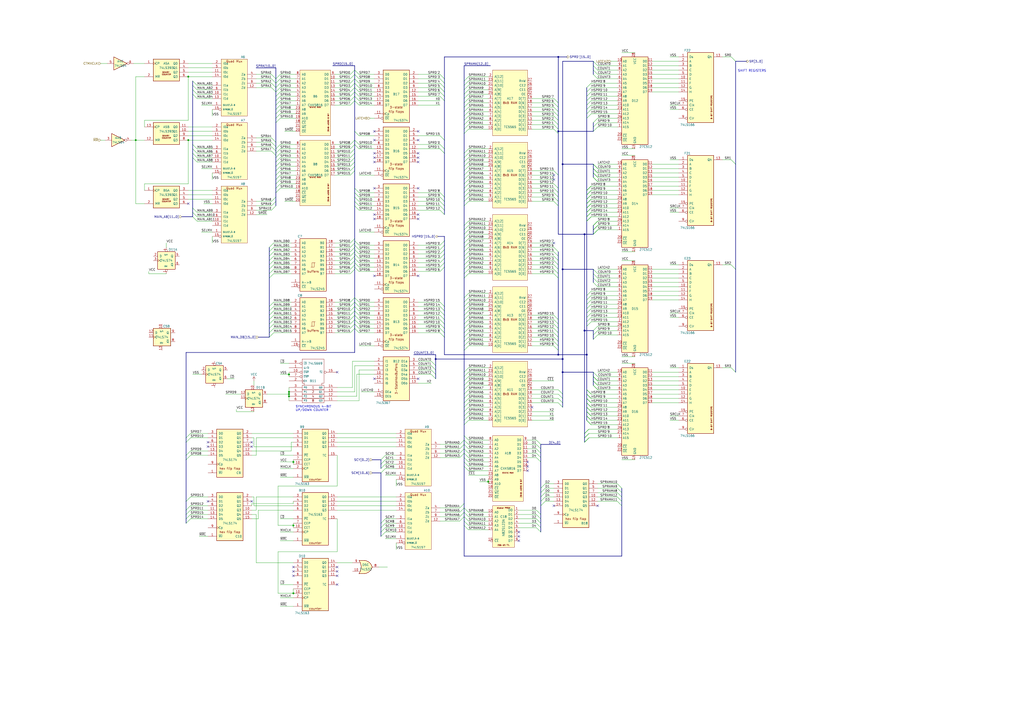
<source format=kicad_sch>
(kicad_sch (version 20211123) (generator eeschema)
  (paper "A2")
  (title_block (title "Rally Bike") (date "2023-05-31") (rev "José Tejada G.") (company "Esperanza Triana") (comment 1 "www.patreon.com/jotego") (comment 2 "JOTEGO"))
  (junction (at 326.39 208.28))
  (junction (at 326.39 215.9))
  (junction (at 283.21 279.4))
  (junction (at 170.18 267.97))
  (junction (at 167.64 227.33))
  (junction (at 167.64 217.17))
  (junction (at 167.64 229.87))
  (junction (at 326.39 156.21))
  (junction (at 323.85 76.2))
  (junction (at 170.18 344.17))
  (junction (at 339.09 135.89))
  (junction (at 78.74 81.28))
  (junction (at 339.09 191.77))
  (junction (at 323.85 205.74))
  (junction (at 252.73 208.28))
  (junction (at 109.22 44.45))
  (junction (at 340.36 205.74))
  (junction (at 170.18 304.8))
  (junction (at 323.85 33.02))
  (junction (at 109.22 81.28))
  (junction (at 167.64 228.6))
  (junction (at 326.39 95.25))
  (no_connect (at 321.31 293.37))
  (no_connect (at 242.57 88.9))
  (no_connect (at 195.58 215.9))
  (no_connect (at 321.31 101.6))
  (no_connect (at 300.99 308.61))
  (no_connect (at 242.57 76.2))
  (no_connect (at 146.05 256.54))
  (no_connect (at 308.61 236.22))
  (no_connect (at 242.57 81.28))
  (no_connect (at 242.57 109.22))
  (no_connect (at 170.18 334.01))
  (no_connect (at 217.17 93.98))
  (no_connect (at 306.07 270.51))
  (no_connect (at 242.57 127))
  (no_connect (at 109.22 118.11))
  (no_connect (at 242.57 91.44))
  (no_connect (at 217.17 76.2))
  (no_connect (at 306.07 267.97))
  (no_connect (at 346.71 293.37))
  (no_connect (at 146.05 290.83))
  (no_connect (at 195.58 334.01))
  (no_connect (at 120.65 290.83))
  (no_connect (at 170.18 328.93))
  (no_connect (at 242.57 93.98))
  (no_connect (at 242.57 160.02))
  (no_connect (at 195.58 339.09))
  (no_connect (at 217.17 109.22))
  (no_connect (at 300.99 313.69))
  (no_connect (at 217.17 124.46))
  (no_connect (at 217.17 81.28))
  (no_connect (at 195.58 328.93))
  (no_connect (at 120.65 259.08))
  (no_connect (at 217.17 219.71))
  (no_connect (at 321.31 140.97))
  (no_connect (at 120.65 256.54))
  (no_connect (at 242.57 124.46))
  (no_connect (at 217.17 160.02))
  (no_connect (at 217.17 88.9))
  (no_connect (at 146.05 259.08))
  (no_connect (at 217.17 91.44))
  (no_connect (at 170.18 331.47))
  (no_connect (at 321.31 104.14))
  (no_connect (at 306.07 273.05))
  (no_connect (at 242.57 219.71))
  (no_connect (at 195.58 331.47))
  (no_connect (at 217.17 127))
  (no_connect (at 300.99 311.15))
  (bus_entry (at 269.24 200.66) (size 2.54 -2.54))
  (bus_entry (at 203.2 86.36) (size 2.54 -2.54))
  (bus_entry (at 344.17 220.98) (size 2.54 2.54))
  (bus_entry (at 160.02 109.22) (size 2.54 -2.54))
  (bus_entry (at 255.27 185.42) (size 2.54 2.54))
  (bus_entry (at 339.09 251.46) (size 2.54 -2.54))
  (bus_entry (at 269.24 62.23) (size 2.54 -2.54))
  (bus_entry (at 311.15 257.81) (size 2.54 2.54))
  (bus_entry (at 269.24 57.15) (size 2.54 -2.54))
  (bus_entry (at 208.28 55.88) (size -2.54 -2.54))
  (bus_entry (at 321.31 200.66) (size 2.54 2.54))
  (bus_entry (at 208.28 177.8) (size -2.54 -2.54))
  (bus_entry (at 269.24 88.9) (size 2.54 -2.54))
  (bus_entry (at 257.81 124.46) (size -2.54 -2.54))
  (bus_entry (at 203.2 175.26) (size 2.54 -2.54))
  (bus_entry (at 321.31 182.88) (size 2.54 2.54))
  (bus_entry (at 269.24 257.81) (size 2.54 2.54))
  (bus_entry (at 160.02 68.58) (size 2.54 -2.54))
  (bus_entry (at 340.36 120.65) (size 2.54 -2.54))
  (bus_entry (at 158.75 146.05) (size -2.54 2.54))
  (bus_entry (at 269.24 130.81) (size 2.54 -2.54))
  (bus_entry (at 344.17 130.81) (size 2.54 -2.54))
  (bus_entry (at 269.24 260.35) (size 2.54 2.54))
  (bus_entry (at 208.28 119.38) (size -2.54 -2.54))
  (bus_entry (at 208.28 190.5) (size -2.54 -2.54))
  (bus_entry (at 269.24 161.29) (size 2.54 -2.54))
  (bus_entry (at 340.36 238.76) (size 2.54 2.54))
  (bus_entry (at 340.36 231.14) (size 2.54 2.54))
  (bus_entry (at 208.28 187.96) (size -2.54 -2.54))
  (bus_entry (at 269.24 257.81) (size -2.54 2.54))
  (bus_entry (at 339.09 251.46) (size 2.54 -2.54))
  (bus_entry (at 269.24 294.64) (size -2.54 2.54))
  (bus_entry (at 107.95 298.45) (size 2.54 -2.54))
  (bus_entry (at 208.28 78.74) (size -2.54 -2.54))
  (bus_entry (at 321.31 158.75) (size 2.54 2.54))
  (bus_entry (at 358.14 288.29) (size 2.54 2.54))
  (bus_entry (at 323.85 231.14) (size 2.54 2.54))
  (bus_entry (at 344.17 218.44) (size 2.54 2.54))
  (bus_entry (at 160.02 60.96) (size 2.54 -2.54))
  (bus_entry (at 344.17 194.31) (size 2.54 -2.54))
  (bus_entry (at 157.48 119.38) (size 2.54 -2.54))
  (bus_entry (at 269.24 67.31) (size 2.54 -2.54))
  (bus_entry (at 114.3 128.27) (size -2.54 -2.54))
  (bus_entry (at 269.24 260.35) (size -2.54 2.54))
  (bus_entry (at 269.24 215.9) (size 2.54 -2.54))
  (bus_entry (at 323.85 226.06) (size 2.54 2.54))
  (bus_entry (at 157.48 116.84) (size 2.54 -2.54))
  (bus_entry (at 114.3 123.19) (size -2.54 -2.54))
  (bus_entry (at 158.75 182.88) (size -2.54 2.54))
  (bus_entry (at 269.24 231.14) (size 2.54 -2.54))
  (bus_entry (at 269.24 74.93) (size 2.54 -2.54))
  (bus_entry (at 208.28 50.8) (size -2.54 -2.54))
  (bus_entry (at 158.75 151.13) (size -2.54 2.54))
  (bus_entry (at 208.28 116.84) (size -2.54 -2.54))
  (bus_entry (at 321.31 72.39) (size 2.54 2.54))
  (bus_entry (at 339.09 254) (size 2.54 -2.54))
  (bus_entry (at 160.02 63.5) (size 2.54 -2.54))
  (bus_entry (at 203.2 146.05) (size 2.54 -2.54))
  (bus_entry (at 208.28 180.34) (size -2.54 -2.54))
  (bus_entry (at 269.24 138.43) (size 2.54 -2.54))
  (bus_entry (at 160.02 58.42) (size 2.54 -2.54))
  (bus_entry (at 208.28 121.92) (size -2.54 -2.54))
  (bus_entry (at 269.24 218.44) (size 2.54 -2.54))
  (bus_entry (at 313.69 283.21) (size 2.54 -2.54))
  (bus_entry (at 158.75 185.42) (size -2.54 2.54))
  (bus_entry (at 344.17 130.81) (size 2.54 -2.54))
  (bus_entry (at 424.18 92.71) (size 2.54 2.54))
  (bus_entry (at 269.24 140.97) (size 2.54 -2.54))
  (bus_entry (at 269.24 114.3) (size 2.54 -2.54))
  (bus_entry (at 340.36 238.76) (size 2.54 2.54))
  (bus_entry (at 269.24 223.52) (size 2.54 -2.54))
  (bus_entry (at 344.17 95.25) (size 2.54 2.54))
  (bus_entry (at 203.2 53.34) (size 2.54 -2.54))
  (bus_entry (at 269.24 267.97) (size 2.54 2.54))
  (bus_entry (at 269.24 52.07) (size 2.54 -2.54))
  (bus_entry (at 344.17 133.35) (size 2.54 -2.54))
  (bus_entry (at 323.85 233.68) (size 2.54 2.54))
  (bus_entry (at 223.52 269.24) (size -2.54 2.54))
  (bus_entry (at 340.36 233.68) (size 2.54 2.54))
  (bus_entry (at 160.02 71.12) (size 2.54 -2.54))
  (bus_entry (at 269.24 299.72) (size -2.54 2.54))
  (bus_entry (at 257.81 45.72) (size -2.54 -2.54))
  (bus_entry (at 269.24 187.96) (size 2.54 -2.54))
  (bus_entry (at 257.81 116.84) (size -2.54 -2.54))
  (bus_entry (at 160.02 55.88) (size 2.54 -2.54))
  (bus_entry (at 424.18 213.36) (size 2.54 2.54))
  (bus_entry (at 107.95 264.16) (size 2.54 -2.54))
  (bus_entry (at 208.28 154.94) (size -2.54 -2.54))
  (bus_entry (at 269.24 153.67) (size 2.54 -2.54))
  (bus_entry (at 340.36 243.84) (size 2.54 2.54))
  (bus_entry (at 269.24 252.73) (size 2.54 2.54))
  (bus_entry (at 160.02 66.04) (size 2.54 -2.54))
  (bus_entry (at 313.69 293.37) (size 2.54 -2.54))
  (bus_entry (at 208.28 114.3) (size -2.54 -2.54))
  (bus_entry (at 160.02 45.72) (size 2.54 -2.54))
  (bus_entry (at 160.02 86.36) (size 2.54 -2.54))
  (bus_entry (at 269.24 119.38) (size 2.54 -2.54))
  (bus_entry (at 344.17 102.87) (size 2.54 2.54))
  (bus_entry (at 255.27 147.32) (size 2.54 -2.54))
  (bus_entry (at 107.95 295.91) (size 2.54 -2.54))
  (bus_entry (at 311.15 255.27) (size 2.54 2.54))
  (bus_entry (at 344.17 133.35) (size 2.54 -2.54))
  (bus_entry (at 321.31 114.3) (size 2.54 2.54))
  (bus_entry (at 340.36 68.58) (size 2.54 -2.54))
  (bus_entry (at 107.95 266.7) (size 2.54 -2.54))
  (bus_entry (at 208.28 185.42) (size -2.54 -2.54))
  (bus_entry (at 340.36 241.3) (size 2.54 2.54))
  (bus_entry (at 269.24 302.26) (size 2.54 2.54))
  (bus_entry (at 203.2 50.8) (size 2.54 -2.54))
  (bus_entry (at 269.24 233.68) (size 2.54 -2.54))
  (bus_entry (at 358.14 283.21) (size 2.54 2.54))
  (bus_entry (at 321.31 111.76) (size 2.54 2.54))
  (bus_entry (at 269.24 49.53) (size 2.54 -2.54))
  (bus_entry (at 157.48 48.26) (size 2.54 2.54))
  (bus_entry (at 321.31 190.5) (size 2.54 2.54))
  (bus_entry (at 340.36 226.06) (size 2.54 2.54))
  (bus_entry (at 203.2 140.97) (size 2.54 -2.54))
  (bus_entry (at 257.81 119.38) (size -2.54 -2.54))
  (bus_entry (at 344.17 196.85) (size 2.54 -2.54))
  (bus_entry (at 223.52 303.53) (size -2.54 2.54))
  (bus_entry (at 255.27 187.96) (size 2.54 2.54))
  (bus_entry (at 340.36 236.22) (size 2.54 2.54))
  (bus_entry (at 157.48 87.63) (size 2.54 2.54))
  (bus_entry (at 208.28 43.18) (size -2.54 -2.54))
  (bus_entry (at 208.28 48.26) (size -2.54 -2.54))
  (bus_entry (at 269.24 54.61) (size 2.54 -2.54))
  (bus_entry (at 114.3 125.73) (size -2.54 -2.54))
  (bus_entry (at 269.24 99.06) (size 2.54 -2.54))
  (bus_entry (at 311.15 265.43) (size 2.54 2.54))
  (bus_entry (at 255.27 157.48) (size 2.54 -2.54))
  (bus_entry (at 257.81 86.36) (size -2.54 -2.54))
  (bus_entry (at 203.2 60.96) (size 2.54 -2.54))
  (bus_entry (at 340.36 60.96) (size 2.54 -2.54))
  (bus_entry (at 358.14 280.67) (size 2.54 2.54))
  (bus_entry (at 257.81 50.8) (size -2.54 -2.54))
  (bus_entry (at 339.09 254) (size 2.54 -2.54))
  (bus_entry (at 269.24 236.22) (size 2.54 -2.54))
  (bus_entry (at 257.81 88.9) (size -2.54 -2.54))
  (bus_entry (at 269.24 77.47) (size 2.54 -2.54))
  (bus_entry (at 157.48 50.8) (size 2.54 2.54))
  (bus_entry (at 311.15 298.45) (size 2.54 2.54))
  (bus_entry (at 158.75 153.67) (size -2.54 2.54))
  (bus_entry (at 344.17 102.87) (size 2.54 2.54))
  (bus_entry (at 255.27 152.4) (size 2.54 -2.54))
  (bus_entry (at 157.48 45.72) (size 2.54 2.54))
  (bus_entry (at 203.2 177.8) (size 2.54 -2.54))
  (bus_entry (at 257.81 53.34) (size -2.54 -2.54))
  (bus_entry (at 321.31 195.58) (size 2.54 2.54))
  (bus_entry (at 269.24 241.3) (size 2.54 -2.54))
  (bus_entry (at 321.31 187.96) (size 2.54 2.54))
  (bus_entry (at 269.24 143.51) (size 2.54 -2.54))
  (bus_entry (at 269.24 180.34) (size 2.54 -2.54))
  (bus_entry (at 344.17 97.79) (size 2.54 2.54))
  (bus_entry (at 344.17 43.18) (size 2.54 2.54))
  (bus_entry (at 344.17 100.33) (size 2.54 2.54))
  (bus_entry (at 269.24 292.1) (size -2.54 2.54))
  (bus_entry (at 203.2 187.96) (size 2.54 -2.54))
  (bus_entry (at 157.48 43.18) (size 2.54 2.54))
  (bus_entry (at 223.52 308.61) (size -2.54 2.54))
  (bus_entry (at 160.02 104.14) (size 2.54 -2.54))
  (bus_entry (at 158.75 193.04) (size -2.54 2.54))
  (bus_entry (at 255.27 154.94) (size 2.54 -2.54))
  (bus_entry (at 107.95 256.54) (size 2.54 -2.54))
  (bus_entry (at 269.24 104.14) (size 2.54 -2.54))
  (bus_entry (at 313.69 288.29) (size 2.54 -2.54))
  (bus_entry (at 257.81 55.88) (size -2.54 -2.54))
  (bus_entry (at 269.24 297.18) (size 2.54 2.54))
  (bus_entry (at 269.24 255.27) (size 2.54 2.54))
  (bus_entry (at 158.75 190.5) (size -2.54 2.54))
  (bus_entry (at 255.27 175.26) (size 2.54 2.54))
  (bus_entry (at 223.52 264.16) (size -2.54 2.54))
  (bus_entry (at 223.52 266.7) (size -2.54 2.54))
  (bus_entry (at 344.17 156.21) (size 2.54 2.54))
  (bus_entry (at 160.02 53.34) (size 2.54 -2.54))
  (bus_entry (at 160.02 50.8) (size 2.54 -2.54))
  (bus_entry (at 257.81 121.92) (size -2.54 -2.54))
  (bus_entry (at 340.36 110.49) (size 2.54 -2.54))
  (bus_entry (at 340.36 228.6) (size 2.54 2.54))
  (bus_entry (at 340.36 113.03) (size 2.54 -2.54))
  (bus_entry (at 340.36 66.04) (size 2.54 -2.54))
  (bus_entry (at 313.69 285.75) (size 2.54 -2.54))
  (bus_entry (at 269.24 265.43) (size 2.54 2.54))
  (bus_entry (at 321.31 106.68) (size 2.54 2.54))
  (bus_entry (at 208.28 60.96) (size -2.54 -2.54))
  (bus_entry (at 114.3 54.61) (size -2.54 -2.54))
  (bus_entry (at 358.14 285.75) (size 2.54 2.54))
  (bus_entry (at 344.17 73.66) (size 2.54 -2.54))
  (bus_entry (at 269.24 182.88) (size 2.54 -2.54))
  (bus_entry (at 160.02 88.9) (size 2.54 -2.54))
  (bus_entry (at 269.24 156.21) (size 2.54 -2.54))
  (bus_entry (at 269.24 203.2) (size 2.54 -2.54))
  (bus_entry (at 269.24 172.72) (size 2.54 -2.54))
  (bus_entry (at 344.17 215.9) (size 2.54 2.54))
  (bus_entry (at 340.36 176.53) (size 2.54 -2.54))
  (bus_entry (at 344.17 38.1) (size 2.54 2.54))
  (bus_entry (at 208.28 53.34) (size -2.54 -2.54))
  (bus_entry (at 269.24 151.13) (size 2.54 -2.54))
  (bus_entry (at 158.75 177.8) (size -2.54 2.54))
  (bus_entry (at 340.36 181.61) (size 2.54 -2.54))
  (bus_entry (at 203.2 91.44) (size 2.54 -2.54))
  (bus_entry (at 203.2 96.52) (size 2.54 -2.54))
  (bus_entry (at 257.81 81.28) (size -2.54 -2.54))
  (bus_entry (at 321.31 153.67) (size 2.54 2.54))
  (bus_entry (at 208.28 111.76) (size -2.54 -2.54))
  (bus_entry (at 158.75 158.75) (size -2.54 2.54))
  (bus_entry (at 269.24 299.72) (size 2.54 2.54))
  (bus_entry (at 321.31 151.13) (size 2.54 2.54))
  (bus_entry (at 114.3 57.15) (size -2.54 -2.54))
  (bus_entry (at 208.28 147.32) (size -2.54 -2.54))
  (bus_entry (at 311.15 300.99) (size 2.54 2.54))
  (bus_entry (at 344.17 135.89) (size 2.54 -2.54))
  (bus_entry (at 340.36 228.6) (size 2.54 2.54))
  (bus_entry (at 157.48 85.09) (size 2.54 2.54))
  (bus_entry (at 321.31 198.12) (size 2.54 2.54))
  (bus_entry (at 344.17 97.79) (size 2.54 2.54))
  (bus_entry (at 203.2 83.82) (size 2.54 -2.54))
  (bus_entry (at 340.36 58.42) (size 2.54 -2.54))
  (bus_entry (at 203.2 55.88) (size 2.54 -2.54))
  (bus_entry (at 340.36 118.11) (size 2.54 -2.54))
  (bus_entry (at 340.36 236.22) (size 2.54 2.54))
  (bus_entry (at 340.36 189.23) (size 2.54 -2.54))
  (bus_entry (at 203.2 58.42) (size 2.54 -2.54))
  (bus_entry (at 158.75 143.51) (size -2.54 2.54))
  (bus_entry (at 269.24 193.04) (size 2.54 -2.54))
  (bus_entry (at 424.18 153.67) (size 2.54 2.54))
  (bus_entry (at 321.31 99.06) (size 2.54 2.54))
  (bus_entry (at 321.31 57.15) (size 2.54 2.54))
  (bus_entry (at 255.27 142.24) (size 2.54 -2.54))
  (bus_entry (at 340.36 128.27) (size 2.54 -2.54))
  (bus_entry (at 321.31 148.59) (size 2.54 2.54))
  (bus_entry (at 344.17 76.2) (size 2.54 -2.54))
  (bus_entry (at 269.24 228.6) (size 2.54 -2.54))
  (bus_entry (at 340.36 231.14) (size 2.54 2.54))
  (bus_entry (at 340.36 110.49) (size 2.54 -2.54))
  (bus_entry (at 114.3 88.9) (size -2.54 -2.54))
  (bus_entry (at 203.2 193.04) (size 2.54 -2.54))
  (bus_entry (at 269.24 220.98) (size 2.54 -2.54))
  (bus_entry (at 269.24 146.05) (size 2.54 -2.54))
  (bus_entry (at 208.28 58.42) (size -2.54 -2.54))
  (bus_entry (at 269.24 69.85) (size 2.54 -2.54))
  (bus_entry (at 269.24 226.06) (size 2.54 -2.54))
  (bus_entry (at 321.31 116.84) (size 2.54 2.54))
  (bus_entry (at 158.75 180.34) (size -2.54 2.54))
  (bus_entry (at 203.2 93.98) (size 2.54 -2.54))
  (bus_entry (at 340.36 123.19) (size 2.54 -2.54))
  (bus_entry (at 114.3 91.44) (size -2.54 -2.54))
  (bus_entry (at 340.36 115.57) (size 2.54 -2.54))
  (bus_entry (at 208.28 149.86) (size -2.54 -2.54))
  (bus_entry (at 203.2 190.5) (size 2.54 -2.54))
  (bus_entry (at 269.24 101.6) (size 2.54 -2.54))
  (bus_entry (at 157.48 121.92) (size 2.54 -2.54))
  (bus_entry (at 321.31 146.05) (size 2.54 2.54))
  (bus_entry (at 269.24 158.75) (size 2.54 -2.54))
  (bus_entry (at 340.36 123.19) (size 2.54 -2.54))
  (bus_entry (at 269.24 297.18) (size -2.54 2.54))
  (bus_entry (at 321.31 156.21) (size 2.54 2.54))
  (bus_entry (at 269.24 185.42) (size 2.54 -2.54))
  (bus_entry (at 257.81 48.26) (size -2.54 -2.54))
  (bus_entry (at 255.27 149.86) (size 2.54 -2.54))
  (bus_entry (at 321.31 64.77) (size 2.54 2.54))
  (bus_entry (at 269.24 96.52) (size 2.54 -2.54))
  (bus_entry (at 344.17 161.29) (size 2.54 2.54))
  (bus_entry (at 269.24 294.64) (size 2.54 2.54))
  (bus_entry (at 208.28 157.48) (size -2.54 -2.54))
  (bus_entry (at 340.36 171.45) (size 2.54 -2.54))
  (bus_entry (at 250.19 214.63) (size 2.54 2.54))
  (bus_entry (at 208.28 86.36) (size -2.54 -2.54))
  (bus_entry (at 114.3 93.98) (size -2.54 -2.54))
  (bus_entry (at 340.36 233.68) (size 2.54 2.54))
  (bus_entry (at 208.28 182.88) (size -2.54 -2.54))
  (bus_entry (at 160.02 101.6) (size 2.54 -2.54))
  (bus_entry (at 160.02 91.44) (size 2.54 -2.54))
  (bus_entry (at 269.24 195.58) (size 2.54 -2.54))
  (bus_entry (at 203.2 101.6) (size 2.54 -2.54))
  (bus_entry (at 250.19 217.17) (size 2.54 2.54))
  (bus_entry (at 321.31 185.42) (size 2.54 2.54))
  (bus_entry (at 203.2 48.26) (size 2.54 -2.54))
  (bus_entry (at 321.31 109.22) (size 2.54 2.54))
  (bus_entry (at 344.17 163.83) (size 2.54 2.54))
  (bus_entry (at 269.24 177.8) (size 2.54 -2.54))
  (bus_entry (at 344.17 223.52) (size 2.54 2.54))
  (bus_entry (at 321.31 193.04) (size 2.54 2.54))
  (bus_entry (at 340.36 243.84) (size 2.54 2.54))
  (bus_entry (at 255.27 193.04) (size 2.54 2.54))
  (bus_entry (at 269.24 190.5) (size 2.54 -2.54))
  (bus_entry (at 340.36 128.27) (size 2.54 -2.54))
  (bus_entry (at 208.28 193.04) (size -2.54 -2.54))
  (bus_entry (at 160.02 48.26) (size 2.54 -2.54))
  (bus_entry (at 158.75 175.26) (size -2.54 2.54))
  (bus_entry (at 203.2 88.9) (size 2.54 -2.54))
  (bus_entry (at 269.24 111.76) (size 2.54 -2.54))
  (bus_entry (at 160.02 111.76) (size 2.54 -2.54))
  (bus_entry (at 269.24 106.68) (size 2.54 -2.54))
  (bus_entry (at 340.36 120.65) (size 2.54 -2.54))
  (bus_entry (at 208.28 152.4) (size -2.54 -2.54))
  (bus_entry (at 344.17 40.64) (size 2.54 2.54))
  (bus_entry (at 255.27 180.34) (size 2.54 2.54))
  (bus_entry (at 344.17 71.12) (size 2.54 -2.54))
  (bus_entry (at 269.24 262.89) (size -2.54 2.54))
  (bus_entry (at 340.36 184.15) (size 2.54 -2.54))
  (bus_entry (at 269.24 243.84) (size 2.54 -2.54))
  (bus_entry (at 203.2 143.51) (size 2.54 -2.54))
  (bus_entry (at 311.15 262.89) (size 2.54 2.54))
  (bus_entry (at 340.36 125.73) (size 2.54 -2.54))
  (bus_entry (at 358.14 290.83) (size 2.54 2.54))
  (bus_entry (at 269.24 135.89) (size 2.54 -2.54))
  (bus_entry (at 160.02 96.52) (size 2.54 -2.54))
  (bus_entry (at 340.36 173.99) (size 2.54 -2.54))
  (bus_entry (at 321.31 69.85) (size 2.54 2.54))
  (bus_entry (at 223.52 300.99) (size -2.54 2.54))
  (bus_entry (at 158.75 148.59) (size -2.54 2.54))
  (bus_entry (at 114.3 86.36) (size -2.54 -2.54))
  (bus_entry (at 157.48 82.55) (size 2.54 2.54))
  (bus_entry (at 203.2 182.88) (size 2.54 -2.54))
  (bus_entry (at 269.24 59.69) (size 2.54 -2.54))
  (bus_entry (at 313.69 290.83) (size 2.54 -2.54))
  (bus_entry (at 340.36 113.03) (size 2.54 -2.54))
  (bus_entry (at 311.15 306.07) (size 2.54 2.54))
  (bus_entry (at 311.15 295.91) (size 2.54 2.54))
  (bus_entry (at 203.2 148.59) (size 2.54 -2.54))
  (bus_entry (at 203.2 45.72) (size 2.54 -2.54))
  (bus_entry (at 269.24 198.12) (size 2.54 -2.54))
  (bus_entry (at 157.48 80.01) (size 2.54 2.54))
  (bus_entry (at 158.75 187.96) (size -2.54 2.54))
  (bus_entry (at 220.98 274.32) (size 2.54 -2.54))
  (bus_entry (at 340.36 50.8) (size 2.54 -2.54))
  (bus_entry (at 107.95 300.99) (size 2.54 -2.54))
  (bus_entry (at 344.17 191.77) (size 2.54 -2.54))
  (bus_entry (at 158.75 140.97) (size -2.54 2.54))
  (bus_entry (at 208.28 175.26) (size -2.54 -2.54))
  (bus_entry (at 344.17 158.75) (size 2.54 2.54))
  (bus_entry (at 340.36 115.57) (size 2.54 -2.54))
  (bus_entry (at 160.02 106.68) (size 2.54 -2.54))
  (bus_entry (at 321.31 67.31) (size 2.54 2.54))
  (bus_entry (at 203.2 153.67) (size 2.54 -2.54))
  (bus_entry (at 339.09 256.54) (size 2.54 -2.54))
  (bus_entry (at 208.28 45.72) (size -2.54 -2.54))
  (bus_entry (at 255.27 177.8) (size 2.54 2.54))
  (bus_entry (at 269.24 175.26) (size 2.54 -2.54))
  (bus_entry (at 344.17 95.25) (size 2.54 2.54))
  (bus_entry (at 250.19 209.55) (size 2.54 2.54))
  (bus_entry (at 203.2 43.18) (size 2.54 -2.54))
  (bus_entry (at 223.52 306.07) (size -2.54 2.54))
  (bus_entry (at 203.2 99.06) (size 2.54 -2.54))
  (bus_entry (at 340.36 55.88) (size 2.54 -2.54))
  (bus_entry (at 160.02 99.06) (size 2.54 -2.54))
  (bus_entry (at 321.31 62.23) (size 2.54 2.54))
  (bus_entry (at 255.27 144.78) (size 2.54 -2.54))
  (bus_entry (at 339.09 256.54) (size 2.54 -2.54))
  (bus_entry (at 158.75 156.21) (size -2.54 2.54))
  (bus_entry (at 250.19 212.09) (size 2.54 2.54))
  (bus_entry (at 311.15 260.35) (size 2.54 2.54))
  (bus_entry (at 340.36 125.73) (size 2.54 -2.54))
  (bus_entry (at 344.17 135.89) (size 2.54 -2.54))
  (bus_entry (at 323.85 228.6) (size 2.54 2.54))
  (bus_entry (at 344.17 218.44) (size 2.54 2.54))
  (bus_entry (at 340.36 179.07) (size 2.54 -2.54))
  (bus_entry (at 269.24 270.51) (size 2.54 2.54))
  (bus_entry (at 344.17 220.98) (size 2.54 2.54))
  (bus_entry (at 340.36 63.5) (size 2.54 -2.54))
  (bus_entry (at 208.28 83.82) (size -2.54 -2.54))
  (bus_entry (at 269.24 262.89) (size 2.54 2.54))
  (bus_entry (at 114.3 49.53) (size -2.54 -2.54))
  (bus_entry (at 160.02 93.98) (size 2.54 -2.54))
  (bus_entry (at 424.18 33.02) (size 2.54 2.54))
  (bus_entry (at 208.28 142.24) (size -2.54 -2.54))
  (bus_entry (at 269.24 255.27) (size -2.54 2.54))
  (bus_entry (at 321.31 74.93) (size 2.54 2.54))
  (bus_entry (at 340.36 226.06) (size 2.54 2.54))
  (bus_entry (at 269.24 109.22) (size 2.54 -2.54))
  (bus_entry (at 269.24 72.39) (size 2.54 -2.54))
  (bus_entry (at 269.24 91.44) (size 2.54 -2.54))
  (bus_entry (at 269.24 46.99) (size 2.54 -2.54))
  (bus_entry (at 311.15 303.53) (size 2.54 2.54))
  (bus_entry (at 340.36 241.3) (size 2.54 2.54))
  (bus_entry (at 114.3 52.07) (size -2.54 -2.54))
  (bus_entry (at 208.28 144.78) (size -2.54 -2.54))
  (bus_entry (at 255.27 190.5) (size 2.54 2.54))
  (bus_entry (at 257.81 58.42) (size -2.54 -2.54))
  (bus_entry (at 107.95 254) (size 2.54 -2.54))
  (bus_entry (at 203.2 158.75) (size 2.54 -2.54))
  (bus_entry (at 203.2 156.21) (size 2.54 -2.54))
  (bus_entry (at 340.36 118.11) (size 2.54 -2.54))
  (bus_entry (at 203.2 180.34) (size 2.54 -2.54))
  (bus_entry (at 107.95 290.83) (size 2.54 -2.54))
  (bus_entry (at 269.24 64.77) (size 2.54 -2.54))
  (bus_entry (at 203.2 151.13) (size 2.54 -2.54))
  (bus_entry (at 269.24 116.84) (size 2.54 -2.54))
  (bus_entry (at 269.24 133.35) (size 2.54 -2.54))
  (bus_entry (at 344.17 35.56) (size 2.54 2.54))
  (bus_entry (at 340.36 186.69) (size 2.54 -2.54))
  (bus_entry (at 203.2 185.42) (size 2.54 -2.54))
  (bus_entry (at 269.24 304.8) (size 2.54 2.54))
  (bus_entry (at 344.17 100.33) (size 2.54 2.54))
  (bus_entry (at 321.31 59.69) (size 2.54 2.54))
  (bus_entry (at 321.31 143.51) (size 2.54 2.54))
  (bus_entry (at 269.24 93.98) (size 2.54 -2.54))
  (bus_entry (at 257.81 114.3) (size -2.54 -2.54))
  (bus_entry (at 340.36 53.34) (size 2.54 -2.54))
  (bus_entry (at 107.95 303.53) (size 2.54 -2.54))
  (bus_entry (at 255.27 182.88) (size 2.54 2.54))
  (bus_entry (at 269.24 246.38) (size 2.54 -2.54))
  (bus_entry (at 269.24 148.59) (size 2.54 -2.54))
  (bus_entry (at 269.24 238.76) (size 2.54 -2.54))
  (bus_entry (at 344.17 223.52) (size 2.54 2.54))
  (wire (pts (xy 242.57 185.42) (xy 255.27 185.42)))
  (bus (pts (xy 111.76 54.61) (xy 111.76 83.82)))
  (wire (pts (xy 109.22 81.28) (xy 109.22 106.68)))
  (wire (pts (xy 242.57 177.8) (xy 255.27 177.8)))
  (bus (pts (xy 340.36 63.5) (xy 340.36 66.04)))
  (wire (pts (xy 195.58 320.04) (xy 161.29 320.04)))
  (wire (pts (xy 393.7 163.83) (xy 378.46 163.83)))
  (wire (pts (xy 346.71 163.83) (xy 346.5674 163.83)))
  (wire (pts (xy 209.55 227.33) (xy 217.17 227.33)))
  (wire (pts (xy 195.58 281.94) (xy 161.29 281.94)))
  (wire (pts (xy 393.7 107.95) (xy 378.46 107.95)))
  (wire (pts (xy 60.96 81.28) (xy 58.42 81.28)))
  (wire (pts (xy 358.14 71.12) (xy 346.71 71.12)))
  (wire (pts (xy 358.14 220.98) (xy 346.71 220.98)))
  (wire (pts (xy 146.05 298.45) (xy 148.59 298.45)))
  (wire (pts (xy 146.05 264.16) (xy 148.59 264.16)))
  (wire (pts (xy 393.7 53.34) (xy 378.46 53.34)))
  (bus (pts (xy 344.17 218.44) (xy 344.17 220.98)))
  (wire (pts (xy 346.71 105.41) (xy 346.5674 105.41)))
  (wire (pts (xy 358.14 191.77) (xy 346.71 191.77)))
  (wire (pts (xy 342.9 123.19) (xy 358.14 123.19)))
  (wire (pts (xy 271.78 114.3) (xy 283.21 114.3)))
  (wire (pts (xy 194.31 86.36) (xy 203.2 86.36)))
  (wire (pts (xy 308.61 156.21) (xy 321.31 156.21)))
  (bus (pts (xy 340.36 236.22) (xy 340.36 238.76)))
  (wire (pts (xy 378.46 218.44) (xy 393.7 218.44)))
  (wire (pts (xy 378.46 35.56) (xy 393.7 35.56)))
  (bus (pts (xy 269.24 172.72) (xy 269.24 175.26)))
  (bus (pts (xy 340.36 53.34) (xy 340.36 55.88)))
  (wire (pts (xy 208.28 101.6) (xy 217.17 101.6)))
  (wire (pts (xy 194.31 53.34) (xy 203.2 53.34)))
  (wire (pts (xy 271.78 156.21) (xy 283.21 156.21)))
  (wire (pts (xy 346.71 166.37) (xy 346.5674 166.37)))
  (wire (pts (xy 217.17 185.42) (xy 208.28 185.42)))
  (wire (pts (xy 109.22 36.83) (xy 123.19 36.83)))
  (bus (pts (xy 156.21 195.58) (xy 156.21 193.04)))
  (bus (pts (xy 313.69 303.53) (xy 313.69 306.07)))
  (wire (pts (xy 308.61 99.06) (xy 321.31 99.06)))
  (wire (pts (xy 271.78 262.89) (xy 283.21 262.89)))
  (wire (pts (xy 162.56 267.97) (xy 170.18 267.97)))
  (wire (pts (xy 130.81 228.6) (xy 139.7 228.6)))
  (bus (pts (xy 156.21 151.13) (xy 156.21 148.59)))
  (wire (pts (xy 358.14 189.23) (xy 346.71 189.23)))
  (bus (pts (xy 340.36 179.07) (xy 340.36 181.61)))
  (bus (pts (xy 107.95 204.47) (xy 107.95 254)))
  (wire (pts (xy 123.19 88.9) (xy 114.3 88.9)))
  (wire (pts (xy 308.61 106.68) (xy 321.31 106.68)))
  (wire (pts (xy 78.74 81.28) (xy 78.74 118.11)))
  (bus (pts (xy 323.85 205.74) (xy 323.85 203.2)))
  (wire (pts (xy 168.91 261.62) (xy 146.05 261.62)))
  (wire (pts (xy 393.7 233.68) (xy 378.46 233.68)))
  (bus (pts (xy 257.81 177.8) (xy 257.81 180.34)))
  (bus (pts (xy 257.81 144.78) (xy 257.81 147.32)))
  (wire (pts (xy 242.57 60.96) (xy 255.27 60.96)))
  (bus (pts (xy 344.17 194.31) (xy 344.17 196.85)))
  (wire (pts (xy 271.78 64.77) (xy 283.21 64.77)))
  (wire (pts (xy 271.78 106.68) (xy 283.21 106.68)))
  (bus (pts (xy 269.24 135.89) (xy 269.24 138.43)))
  (bus (pts (xy 269.24 299.72) (xy 269.24 302.26)))
  (wire (pts (xy 195.58 256.54) (xy 229.87 256.54)))
  (wire (pts (xy 388.62 241.3) (xy 393.7 241.3)))
  (bus (pts (xy 107.95 300.99) (xy 107.95 303.53)))
  (wire (pts (xy 109.22 44.45) (xy 123.19 44.45)))
  (bus (pts (xy 257.81 147.32) (xy 257.81 149.86)))
  (wire (pts (xy 378.46 38.1) (xy 393.7 38.1)))
  (wire (pts (xy 194.31 48.26) (xy 203.2 48.26)))
  (bus (pts (xy 107.95 266.7) (xy 107.95 290.83)))
  (bus (pts (xy 340.36 228.6) (xy 340.36 231.14)))
  (bus (pts (xy 340.36 231.14) (xy 340.36 233.68)))
  (wire (pts (xy 217.17 45.72) (xy 208.28 45.72)))
  (bus (pts (xy 205.74 152.4) (xy 205.74 153.67)))
  (bus (pts (xy 160.02 87.63) (xy 160.02 88.9)))
  (wire (pts (xy 242.57 212.09) (xy 250.19 212.09)))
  (bus (pts (xy 205.74 180.34) (xy 205.74 182.88)))
  (wire (pts (xy 388.62 181.61) (xy 393.7 181.61)))
  (bus (pts (xy 160.02 86.36) (xy 160.02 87.63)))
  (wire (pts (xy 378.46 97.79) (xy 393.7 97.79)))
  (bus (pts (xy 326.39 35.56) (xy 326.39 95.25)))
  (wire (pts (xy 342.9 50.8) (xy 358.14 50.8)))
  (bus (pts (xy 160.02 99.06) (xy 160.02 101.6)))
  (bus (pts (xy 344.17 191.77) (xy 344.17 194.31)))
  (bus (pts (xy 323.85 69.85) (xy 323.85 72.39)))
  (wire (pts (xy 158.75 190.5) (xy 168.91 190.5)))
  (wire (pts (xy 170.18 288.29) (xy 148.59 288.29)))
  (wire (pts (xy 217.17 214.63) (xy 208.28 214.63)))
  (wire (pts (xy 358.14 66.04) (xy 342.9 66.04)))
  (wire (pts (xy 342.9 186.69) (xy 358.14 186.69)))
  (bus (pts (xy 107.95 264.16) (xy 107.95 266.7)))
  (bus (pts (xy 205.74 187.96) (xy 205.74 190.5)))
  (wire (pts (xy 393.7 166.37) (xy 378.46 166.37)))
  (wire (pts (xy 194.31 175.26) (xy 203.2 175.26)))
  (wire (pts (xy 271.78 267.97) (xy 283.21 267.97)))
  (bus (pts (xy 205.74 144.78) (xy 205.74 146.05)))
  (wire (pts (xy 78.74 44.45) (xy 83.82 44.45)))
  (bus (pts (xy 344.17 220.98) (xy 344.17 223.52)))
  (wire (pts (xy 170.18 266.7) (xy 170.18 267.97)))
  (wire (pts (xy 419.1 153.67) (xy 424.18 153.67)))
  (wire (pts (xy 123.19 52.07) (xy 114.3 52.07)))
  (wire (pts (xy 167.64 228.6) (xy 167.64 229.87)))
  (bus (pts (xy 257.81 55.88) (xy 257.81 58.42)))
  (bus (pts (xy 205.74 83.82) (xy 205.74 86.36)))
  (wire (pts (xy 271.78 273.05) (xy 283.21 273.05)))
  (bus (pts (xy 323.85 153.67) (xy 323.85 156.21)))
  (wire (pts (xy 306.07 265.43) (xy 311.15 265.43)))
  (wire (pts (xy 170.18 341.63) (xy 170.18 344.17)))
  (bus (pts (xy 257.81 205.74) (xy 323.85 205.74)))
  (wire (pts (xy 283.21 279.4) (xy 278.13 279.4)))
  (bus (pts (xy 257.81 154.94) (xy 257.81 177.8)))
  (bus (pts (xy 313.69 265.43) (xy 313.69 267.97)))
  (wire (pts (xy 271.78 185.42) (xy 283.21 185.42)))
  (bus (pts (xy 160.02 88.9) (xy 160.02 90.17)))
  (wire (pts (xy 194.31 101.6) (xy 203.2 101.6)))
  (bus (pts (xy 160.02 66.04) (xy 160.02 68.58)))
  (bus (pts (xy 323.85 101.6) (xy 323.85 109.22)))
  (wire (pts (xy 393.7 173.99) (xy 378.46 173.99)))
  (wire (pts (xy 147.32 293.37) (xy 147.32 288.29)))
  (wire (pts (xy 283.21 278.13) (xy 283.21 279.4)))
  (bus (pts (xy 257.81 86.36) (xy 257.81 88.9)))
  (bus (pts (xy 326.39 95.25) (xy 326.39 156.21)))
  (wire (pts (xy 271.78 91.44) (xy 283.21 91.44)))
  (wire (pts (xy 271.78 67.31) (xy 283.21 67.31)))
  (wire (pts (xy 266.7 265.43) (xy 255.27 265.43)))
  (wire (pts (xy 271.78 133.35) (xy 283.21 133.35)))
  (wire (pts (xy 162.56 58.42) (xy 171.45 58.42)))
  (bus (pts (xy 269.24 193.04) (xy 269.24 195.58)))
  (wire (pts (xy 195.58 259.08) (xy 229.87 259.08)))
  (bus (pts (xy 344.17 161.29) (xy 344.17 163.83)))
  (wire (pts (xy 170.18 304.8) (xy 170.18 306.07)))
  (wire (pts (xy 168.91 256.54) (xy 168.91 261.62)))
  (bus (pts (xy 257.81 48.26) (xy 257.81 50.8)))
  (bus (pts (xy 269.24 69.85) (xy 269.24 72.39)))
  (wire (pts (xy 146.05 300.99) (xy 149.86 300.99)))
  (wire (pts (xy 162.56 308.61) (xy 170.18 308.61)))
  (wire (pts (xy 123.19 91.44) (xy 114.3 91.44)))
  (wire (pts (xy 342.9 110.49) (xy 358.14 110.49)))
  (wire (pts (xy 229.87 308.61) (xy 223.52 308.61)))
  (wire (pts (xy 271.78 170.18) (xy 283.21 170.18)))
  (bus (pts (xy 340.36 55.88) (xy 340.36 58.42)))
  (wire (pts (xy 378.46 156.21) (xy 393.7 156.21)))
  (wire (pts (xy 271.78 128.27) (xy 283.21 128.27)))
  (wire (pts (xy 341.63 248.92) (xy 358.14 248.92)))
  (bus (pts (xy 205.74 91.44) (xy 205.74 93.98)))
  (bus (pts (xy 323.85 119.38) (xy 323.85 135.89)))
  (wire (pts (xy 358.14 128.27) (xy 346.71 128.27)))
  (bus (pts (xy 160.02 114.3) (xy 160.02 116.84)))
  (wire (pts (xy 271.78 96.52) (xy 283.21 96.52)))
  (bus (pts (xy 313.69 290.83) (xy 313.69 293.37)))
  (wire (pts (xy 83.82 69.85) (xy 83.82 73.66)))
  (bus (pts (xy 205.74 43.18) (xy 205.74 45.72)))
  (bus (pts (xy 269.24 106.68) (xy 269.24 109.22)))
  (wire (pts (xy 171.45 76.2) (xy 165.1 76.2)))
  (wire (pts (xy 229.87 306.07) (xy 223.52 306.07)))
  (wire (pts (xy 162.56 66.04) (xy 171.45 66.04)))
  (wire (pts (xy 147.32 288.29) (xy 146.05 288.29)))
  (bus (pts (xy 205.74 175.26) (xy 205.74 177.8)))
  (wire (pts (xy 167.64 227.33) (xy 167.64 228.6)))
  (wire (pts (xy 388.62 92.71) (xy 393.7 92.71)))
  (bus (pts (xy 269.24 238.76) (xy 269.24 241.3)))
  (bus (pts (xy 360.68 288.29) (xy 360.68 290.83)))
  (bus (pts (xy 269.24 182.88) (xy 269.24 185.42)))
  (bus (pts (xy 160.02 91.44) (xy 160.02 93.98)))
  (wire (pts (xy 271.78 257.81) (xy 283.21 257.81)))
  (wire (pts (xy 123.19 100.33) (xy 123.19 104.14)))
  (wire (pts (xy 306.07 255.27) (xy 311.15 255.27)))
  (bus (pts (xy 344.17 95.25) (xy 344.17 97.79)))
  (wire (pts (xy 283.21 279.4) (xy 283.21 280.67)))
  (wire (pts (xy 346.71 220.98) (xy 346.5674 220.98)))
  (wire (pts (xy 242.57 86.36) (xy 255.27 86.36)))
  (wire (pts (xy 342.9 125.73) (xy 358.14 125.73)))
  (bus (pts (xy 257.81 187.96) (xy 257.81 190.5)))
  (wire (pts (xy 194.31 156.21) (xy 203.2 156.21)))
  (wire (pts (xy 162.56 55.88) (xy 171.45 55.88)))
  (wire (pts (xy 217.17 182.88) (xy 208.28 182.88)))
  (bus (pts (xy 205.74 53.34) (xy 205.74 55.88)))
  (wire (pts (xy 271.78 52.07) (xy 283.21 52.07)))
  (bus (pts (xy 269.24 104.14) (xy 269.24 106.68)))
  (wire (pts (xy 217.17 152.4) (xy 208.28 152.4)))
  (wire (pts (xy 194.31 143.51) (xy 203.2 143.51)))
  (wire (pts (xy 242.57 214.63) (xy 250.19 214.63)))
  (wire (pts (xy 217.17 119.38) (xy 208.28 119.38)))
  (wire (pts (xy 271.78 193.04) (xy 283.21 193.04)))
  (wire (pts (xy 194.31 99.06) (xy 203.2 99.06)))
  (wire (pts (xy 217.17 114.3) (xy 208.28 114.3)))
  (bus (pts (xy 340.36 189.23) (xy 340.36 205.74)))
  (wire (pts (xy 271.78 260.35) (xy 283.21 260.35)))
  (wire (pts (xy 223.52 275.59) (xy 229.87 275.59)))
  (wire (pts (xy 271.78 190.5) (xy 283.21 190.5)))
  (wire (pts (xy 217.17 157.48) (xy 208.28 157.48)))
  (wire (pts (xy 194.31 177.8) (xy 203.2 177.8)))
  (bus (pts (xy 269.24 133.35) (xy 269.24 135.89)))
  (wire (pts (xy 168.91 151.13) (xy 158.75 151.13)))
  (bus (pts (xy 252.73 208.28) (xy 326.39 208.28)))
  (wire (pts (xy 393.7 223.52) (xy 378.46 223.52)))
  (bus (pts (xy 160.02 50.8) (xy 160.02 53.34)))
  (bus (pts (xy 323.85 33.02) (xy 323.85 59.69)))
  (wire (pts (xy 148.59 50.8) (xy 157.48 50.8)))
  (wire (pts (xy 271.78 46.99) (xy 283.21 46.99)))
  (bus (pts (xy 205.74 140.97) (xy 205.74 142.24)))
  (bus (pts (xy 323.85 158.75) (xy 323.85 161.29)))
  (bus (pts (xy 323.85 33.02) (xy 328.93 33.02)))
  (wire (pts (xy 194.31 96.52) (xy 203.2 96.52)))
  (bus (pts (xy 323.85 62.23) (xy 323.85 64.77)))
  (bus (pts (xy 269.24 304.8) (xy 269.24 322.58)))
  (wire (pts (xy 271.78 54.61) (xy 283.21 54.61)))
  (bus (pts (xy 107.95 298.45) (xy 107.95 300.99)))
  (wire (pts (xy 194.31 193.04) (xy 203.2 193.04)))
  (bus (pts (xy 220.98 306.07) (xy 220.98 308.61)))
  (bus (pts (xy 220.98 308.61) (xy 220.98 311.15)))
  (wire (pts (xy 109.22 69.85) (xy 83.82 69.85)))
  (wire (pts (xy 158.75 180.34) (xy 168.91 180.34)))
  (bus (pts (xy 323.85 135.89) (xy 339.09 135.89)))
  (bus (pts (xy 160.02 93.98) (xy 160.02 96.52)))
  (bus (pts (xy 269.24 198.12) (xy 269.24 200.66)))
  (wire (pts (xy 123.19 137.16) (xy 123.19 140.97)))
  (wire (pts (xy 147.32 254) (xy 147.32 259.08)))
  (wire (pts (xy 149.86 295.91) (xy 170.18 295.91)))
  (wire (pts (xy 146.05 251.46) (xy 170.18 251.46)))
  (wire (pts (xy 148.59 43.18) (xy 157.48 43.18)))
  (wire (pts (xy 161.29 304.8) (xy 170.18 304.8)))
  (bus (pts (xy 269.24 243.84) (xy 269.24 246.38)))
  (bus (pts (xy 269.24 101.6) (xy 269.24 104.14)))
  (bus (pts (xy 156.21 161.29) (xy 156.21 158.75)))
  (wire (pts (xy 229.87 314.96) (xy 229.87 318.77)))
  (wire (pts (xy 242.57 152.4) (xy 255.27 152.4)))
  (bus (pts (xy 111.76 88.9) (xy 111.76 91.44)))
  (wire (pts (xy 242.57 116.84) (xy 255.27 116.84)))
  (wire (pts (xy 271.78 187.96) (xy 283.21 187.96)))
  (bus (pts (xy 340.36 184.15) (xy 340.36 186.69)))
  (wire (pts (xy 162.56 106.68) (xy 171.45 106.68)))
  (wire (pts (xy 271.78 104.14) (xy 283.21 104.14)))
  (wire (pts (xy 170.18 303.53) (xy 170.18 304.8)))
  (wire (pts (xy 158.75 193.04) (xy 168.91 193.04)))
  (wire (pts (xy 358.14 194.31) (xy 346.71 194.31)))
  (wire (pts (xy 393.7 161.29) (xy 378.46 161.29)))
  (bus (pts (xy 269.24 241.3) (xy 269.24 243.84)))
  (bus (pts (xy 156.21 187.96) (xy 156.21 185.42)))
  (wire (pts (xy 358.14 218.44) (xy 346.71 218.44)))
  (bus (pts (xy 340.36 181.61) (xy 340.36 184.15)))
  (bus (pts (xy 160.02 109.22) (xy 160.02 111.76)))
  (wire (pts (xy 271.78 299.72) (xy 283.21 299.72)))
  (bus (pts (xy 205.74 50.8) (xy 205.74 53.34)))
  (bus (pts (xy 344.17 73.66) (xy 344.17 76.2)))
  (bus (pts (xy 111.76 86.36) (xy 111.76 88.9)))
  (bus (pts (xy 252.73 212.09) (xy 252.73 208.28)))
  (wire (pts (xy 162.56 109.22) (xy 171.45 109.22)))
  (wire (pts (xy 346.71 156.21) (xy 358.14 156.21)))
  (wire (pts (xy 393.7 220.98) (xy 378.46 220.98)))
  (wire (pts (xy 271.78 49.53) (xy 283.21 49.53)))
  (wire (pts (xy 162.56 346.71) (xy 170.18 346.71)))
  (wire (pts (xy 123.19 86.36) (xy 114.3 86.36)))
  (bus (pts (xy 205.74 143.51) (xy 205.74 144.78)))
  (wire (pts (xy 378.46 215.9) (xy 393.7 215.9)))
  (wire (pts (xy 271.78 215.9) (xy 283.21 215.9)))
  (wire (pts (xy 168.91 146.05) (xy 158.75 146.05)))
  (wire (pts (xy 271.78 218.44) (xy 283.21 218.44)))
  (bus (pts (xy 160.02 85.09) (xy 160.02 86.36)))
  (bus (pts (xy 269.24 64.77) (xy 269.24 67.31)))
  (wire (pts (xy 300.99 295.91) (xy 311.15 295.91)))
  (wire (pts (xy 217.17 180.34) (xy 208.28 180.34)))
  (wire (pts (xy 271.78 88.9) (xy 283.21 88.9)))
  (bus (pts (xy 156.21 153.67) (xy 156.21 151.13)))
  (wire (pts (xy 271.78 148.59) (xy 283.21 148.59)))
  (bus (pts (xy 111.76 123.19) (xy 111.76 125.73)))
  (wire (pts (xy 393.7 228.6) (xy 378.46 228.6)))
  (bus (pts (xy 269.24 153.67) (xy 269.24 156.21)))
  (bus (pts (xy 269.24 46.99) (xy 269.24 49.53)))
  (bus (pts (xy 160.02 96.52) (xy 160.02 99.06)))
  (bus (pts (xy 323.85 198.12) (xy 323.85 200.66)))
  (wire (pts (xy 168.91 158.75) (xy 158.75 158.75)))
  (bus (pts (xy 313.69 260.35) (xy 313.69 262.89)))
  (wire (pts (xy 242.57 121.92) (xy 255.27 121.92)))
  (bus (pts (xy 269.24 49.53) (xy 269.24 52.07)))
  (wire (pts (xy 208.28 121.92) (xy 217.17 121.92)))
  (bus (pts (xy 340.36 238.76) (xy 340.36 241.3)))
  (wire (pts (xy 58.42 36.83) (xy 62.23 36.83)))
  (bus (pts (xy 340.36 123.19) (xy 340.36 125.73)))
  (wire (pts (xy 154.94 228.6) (xy 167.64 228.6)))
  (bus (pts (xy 205.74 204.47) (xy 107.95 204.47)))
  (bus (pts (xy 323.85 114.3) (xy 323.85 116.84)))
  (wire (pts (xy 158.75 177.8) (xy 168.91 177.8)))
  (bus (pts (xy 257.81 149.86) (xy 257.81 152.4)))
  (bus (pts (xy 269.24 114.3) (xy 269.24 116.84)))
  (wire (pts (xy 393.7 171.45) (xy 378.46 171.45)))
  (wire (pts (xy 242.57 157.48) (xy 255.27 157.48)))
  (bus (pts (xy 340.36 120.65) (xy 340.36 123.19)))
  (wire (pts (xy 78.74 118.11) (xy 83.82 118.11)))
  (wire (pts (xy 162.56 276.86) (xy 170.18 276.86)))
  (bus (pts (xy 269.24 270.51) (xy 269.24 292.1)))
  (wire (pts (xy 204.47 224.79) (xy 195.58 224.79)))
  (bus (pts (xy 257.81 182.88) (xy 257.81 185.42)))
  (wire (pts (xy 308.61 195.58) (xy 321.31 195.58)))
  (bus (pts (xy 257.81 45.72) (xy 257.81 48.26)))
  (bus (pts (xy 344.17 71.12) (xy 344.17 73.66)))
  (wire (pts (xy 162.56 339.09) (xy 170.18 339.09)))
  (wire (pts (xy 195.58 254) (xy 229.87 254)))
  (wire (pts (xy 308.61 148.59) (xy 321.31 148.59)))
  (wire (pts (xy 271.78 304.8) (xy 283.21 304.8)))
  (wire (pts (xy 346.71 290.83) (xy 358.14 290.83)))
  (bus (pts (xy 269.24 74.93) (xy 269.24 77.47)))
  (wire (pts (xy 219.71 328.93) (xy 224.79 328.93)))
  (wire (pts (xy 271.78 175.26) (xy 283.21 175.26)))
  (bus (pts (xy 340.36 66.04) (xy 340.36 68.58)))
  (wire (pts (xy 217.17 147.32) (xy 208.28 147.32)))
  (wire (pts (xy 266.7 260.35) (xy 255.27 260.35)))
  (wire (pts (xy 300.99 300.99) (xy 311.15 300.99)))
  (wire (pts (xy 223.52 271.78) (xy 229.87 271.78)))
  (bus (pts (xy 340.36 233.68) (xy 340.36 236.22)))
  (wire (pts (xy 360.68 210.82) (xy 368.3 210.82)))
  (bus (pts (xy 111.76 49.53) (xy 111.76 52.07)))
  (wire (pts (xy 170.18 267.97) (xy 170.18 269.24)))
  (wire (pts (xy 358.14 163.83) (xy 346.71 163.83)))
  (wire (pts (xy 110.49 300.99) (xy 120.65 300.99)))
  (wire (pts (xy 217.17 190.5) (xy 208.28 190.5)))
  (wire (pts (xy 308.61 158.75) (xy 321.31 158.75)))
  (wire (pts (xy 229.87 266.7) (xy 223.52 266.7)))
  (wire (pts (xy 223.52 312.42) (xy 229.87 312.42)))
  (wire (pts (xy 78.74 81.28) (xy 78.74 44.45)))
  (bus (pts (xy 111.76 120.65) (xy 111.76 123.19)))
  (wire (pts (xy 308.61 116.84) (xy 321.31 116.84)))
  (wire (pts (xy 388.62 33.02) (xy 393.7 33.02)))
  (wire (pts (xy 266.7 297.18) (xy 255.27 297.18)))
  (wire (pts (xy 306.07 260.35) (xy 311.15 260.35)))
  (wire (pts (xy 388.62 60.96) (xy 393.7 60.96)))
  (bus (pts (xy 252.73 205.74) (xy 240.03 205.74)))
  (wire (pts (xy 342.9 171.45) (xy 358.14 171.45)))
  (wire (pts (xy 229.87 264.16) (xy 223.52 264.16)))
  (bus (pts (xy 340.36 118.11) (xy 340.36 120.65)))
  (bus (pts (xy 323.85 67.31) (xy 323.85 69.85)))
  (bus (pts (xy 160.02 106.68) (xy 160.02 109.22)))
  (wire (pts (xy 341.63 251.46) (xy 358.14 251.46)))
  (bus (pts (xy 323.85 193.04) (xy 323.85 195.58)))
  (wire (pts (xy 194.31 83.82) (xy 203.2 83.82)))
  (bus (pts (xy 313.69 262.89) (xy 313.69 265.43)))
  (wire (pts (xy 195.58 251.46) (xy 229.87 251.46)))
  (wire (pts (xy 308.61 243.84) (xy 321.31 243.84)))
  (wire (pts (xy 342.9 168.91) (xy 358.14 168.91)))
  (bus (pts (xy 323.85 195.58) (xy 323.85 198.12)))
  (bus (pts (xy 269.24 57.15) (xy 269.24 59.69)))
  (wire (pts (xy 242.57 180.34) (xy 255.27 180.34)))
  (bus (pts (xy 326.39 228.6) (xy 326.39 231.14)))
  (wire (pts (xy 271.78 158.75) (xy 283.21 158.75)))
  (bus (pts (xy 205.74 81.28) (xy 205.74 83.82)))
  (bus (pts (xy 252.73 217.17) (xy 252.73 214.63)))
  (bus (pts (xy 156.21 146.05) (xy 156.21 143.51)))
  (wire (pts (xy 388.62 243.84) (xy 393.7 243.84)))
  (bus (pts (xy 257.81 116.84) (xy 257.81 114.3)))
  (wire (pts (xy 162.56 86.36) (xy 171.45 86.36)))
  (wire (pts (xy 146.05 292.1) (xy 146.05 293.37)))
  (wire (pts (xy 358.14 73.66) (xy 346.71 73.66)))
  (bus (pts (xy 269.24 62.23) (xy 269.24 64.77)))
  (wire (pts (xy 360.68 90.17) (xy 368.3 90.17)))
  (wire (pts (xy 358.14 68.58) (xy 346.71 68.58)))
  (wire (pts (xy 346.71 215.9) (xy 358.14 215.9)))
  (wire (pts (xy 123.19 57.15) (xy 114.3 57.15)))
  (wire (pts (xy 208.28 43.18) (xy 217.17 43.18)))
  (bus (pts (xy 257.81 81.28) (xy 257.81 86.36)))
  (wire (pts (xy 271.78 265.43) (xy 283.21 265.43)))
  (wire (pts (xy 342.9 113.03) (xy 358.14 113.03)))
  (bus (pts (xy 160.02 58.42) (xy 160.02 60.96)))
  (wire (pts (xy 271.78 226.06) (xy 283.21 226.06)))
  (wire (pts (xy 342.9 53.34) (xy 358.14 53.34)))
  (bus (pts (xy 156.21 193.04) (xy 156.21 190.5)))
  (bus (pts (xy 257.81 50.8) (xy 257.81 53.34)))
  (wire (pts (xy 346.71 45.72) (xy 346.5674 45.72)))
  (wire (pts (xy 170.18 293.37) (xy 147.32 293.37)))
  (wire (pts (xy 148.59 80.01) (xy 157.48 80.01)))
  (wire (pts (xy 316.23 290.83) (xy 321.31 290.83)))
  (wire (pts (xy 123.19 63.5) (xy 123.19 67.31)))
  (bus (pts (xy 269.24 130.81) (xy 269.24 133.35)))
  (bus (pts (xy 269.24 91.44) (xy 269.24 93.98)))
  (wire (pts (xy 123.19 49.53) (xy 114.3 49.53)))
  (bus (pts (xy 284.48 38.1) (xy 269.24 38.1)))
  (wire (pts (xy 123.19 128.27) (xy 114.3 128.27)))
  (wire (pts (xy 229.87 269.24) (xy 223.52 269.24)))
  (wire (pts (xy 378.46 95.25) (xy 393.7 95.25)))
  (wire (pts (xy 195.58 288.29) (xy 229.87 288.29)))
  (bus (pts (xy 220.98 269.24) (xy 220.98 271.78)))
  (wire (pts (xy 378.46 158.75) (xy 393.7 158.75)))
  (wire (pts (xy 137.16 238.76) (xy 147.32 238.76)))
  (bus (pts (xy 205.74 76.2) (xy 205.74 81.28)))
  (wire (pts (xy 393.7 48.26) (xy 378.46 48.26)))
  (wire (pts (xy 271.78 307.34) (xy 283.21 307.34)))
  (bus (pts (xy 205.74 55.88) (xy 205.74 58.42)))
  (wire (pts (xy 271.78 231.14) (xy 283.21 231.14)))
  (bus (pts (xy 205.74 154.94) (xy 205.74 156.21)))
  (wire (pts (xy 242.57 147.32) (xy 255.27 147.32)))
  (bus (pts (xy 257.81 190.5) (xy 257.81 193.04)))
  (bus (pts (xy 340.36 173.99) (xy 340.36 176.53)))
  (wire (pts (xy 271.78 57.15) (xy 283.21 57.15)))
  (bus (pts (xy 313.69 257.81) (xy 313.69 260.35)))
  (wire (pts (xy 217.17 149.86) (xy 208.28 149.86)))
  (wire (pts (xy 342.9 184.15) (xy 358.14 184.15)))
  (wire (pts (xy 308.61 72.39) (xy 321.31 72.39)))
  (bus (pts (xy 257.81 119.38) (xy 257.81 116.84)))
  (wire (pts (xy 342.9 118.11) (xy 358.14 118.11)))
  (wire (pts (xy 360.68 207.01) (xy 368.3 207.01)))
  (wire (pts (xy 162.56 99.06) (xy 171.45 99.06)))
  (bus (pts (xy 269.24 143.51) (xy 269.24 146.05)))
  (wire (pts (xy 271.78 101.6) (xy 283.21 101.6)))
  (wire (pts (xy 168.91 140.97) (xy 158.75 140.97)))
  (wire (pts (xy 242.57 114.3) (xy 255.27 114.3)))
  (wire (pts (xy 147.32 259.08) (xy 170.18 259.08)))
  (wire (pts (xy 321.31 285.75) (xy 316.23 285.75)))
  (wire (pts (xy 205.74 212.09) (xy 205.74 227.33)))
  (wire (pts (xy 358.14 97.79) (xy 346.71 97.79)))
  (bus (pts (xy 269.24 161.29) (xy 269.24 172.72)))
  (bus (pts (xy 257.81 139.7) (xy 257.81 142.24)))
  (bus (pts (xy 149.86 195.58) (xy 156.21 195.58)))
  (wire (pts (xy 194.31 88.9) (xy 203.2 88.9)))
  (wire (pts (xy 109.22 106.68) (xy 83.82 106.68)))
  (wire (pts (xy 271.78 72.39) (xy 283.21 72.39)))
  (bus (pts (xy 323.85 59.69) (xy 323.85 62.23)))
  (wire (pts (xy 148.59 121.92) (xy 157.48 121.92)))
  (wire (pts (xy 308.61 101.6) (xy 321.31 101.6)))
  (wire (pts (xy 271.78 243.84) (xy 283.21 243.84)))
  (bus (pts (xy 269.24 88.9) (xy 269.24 91.44)))
  (bus (pts (xy 269.24 96.52) (xy 269.24 99.06)))
  (wire (pts (xy 208.28 60.96) (xy 217.17 60.96)))
  (bus (pts (xy 344.17 215.9) (xy 326.39 215.9)))
  (wire (pts (xy 208.28 200.66) (xy 217.17 200.66)))
  (wire (pts (xy 170.18 256.54) (xy 168.91 256.54)))
  (wire (pts (xy 271.78 236.22) (xy 283.21 236.22)))
  (bus (pts (xy 160.02 48.26) (xy 160.02 50.8)))
  (wire (pts (xy 308.61 114.3) (xy 321.31 114.3)))
  (wire (pts (xy 342.9 233.68) (xy 358.14 233.68)))
  (wire (pts (xy 110.49 295.91) (xy 120.65 295.91)))
  (wire (pts (xy 346.71 95.25) (xy 358.14 95.25)))
  (wire (pts (xy 271.78 195.58) (xy 283.21 195.58)))
  (wire (pts (xy 194.31 187.96) (xy 203.2 187.96)))
  (wire (pts (xy 346.71 285.75) (xy 358.14 285.75)))
  (bus (pts (xy 269.24 231.14) (xy 269.24 233.68)))
  (wire (pts (xy 110.49 251.46) (xy 120.65 251.46)))
  (wire (pts (xy 194.31 50.8) (xy 203.2 50.8)))
  (bus (pts (xy 340.36 226.06) (xy 340.36 228.6)))
  (bus (pts (xy 156.21 158.75) (xy 156.21 156.21)))
  (wire (pts (xy 342.9 120.65) (xy 358.14 120.65)))
  (wire (pts (xy 271.78 270.51) (xy 283.21 270.51)))
  (wire (pts (xy 242.57 149.86) (xy 255.27 149.86)))
  (wire (pts (xy 242.57 45.72) (xy 255.27 45.72)))
  (wire (pts (xy 283.21 275.59) (xy 271.78 275.59)))
  (bus (pts (xy 205.74 151.13) (xy 205.74 152.4)))
  (wire (pts (xy 242.57 48.26) (xy 255.27 48.26)))
  (wire (pts (xy 162.56 88.9) (xy 171.45 88.9)))
  (bus (pts (xy 344.17 38.1) (xy 344.17 40.64)))
  (bus (pts (xy 220.98 266.7) (xy 220.98 269.24)))
  (wire (pts (xy 308.61 74.93) (xy 321.31 74.93)))
  (bus (pts (xy 257.81 139.7) (xy 257.81 137.16)))
  (wire (pts (xy 308.61 59.69) (xy 321.31 59.69)))
  (bus (pts (xy 205.74 148.59) (xy 205.74 149.86)))
  (bus (pts (xy 269.24 226.06) (xy 269.24 228.6)))
  (wire (pts (xy 393.7 226.06) (xy 378.46 226.06)))
  (wire (pts (xy 271.78 172.72) (xy 283.21 172.72)))
  (bus (pts (xy 269.24 138.43) (xy 269.24 140.97)))
  (wire (pts (xy 271.78 241.3) (xy 283.21 241.3)))
  (wire (pts (xy 346.71 280.67) (xy 358.14 280.67)))
  (bus (pts (xy 205.74 190.5) (xy 205.74 204.47)))
  (bus (pts (xy 269.24 177.8) (xy 269.24 180.34)))
  (wire (pts (xy 308.61 228.6) (xy 323.85 228.6)))
  (wire (pts (xy 342.9 107.95) (xy 358.14 107.95)))
  (bus (pts (xy 269.24 119.38) (xy 269.24 130.81)))
  (wire (pts (xy 194.31 55.88) (xy 203.2 55.88)))
  (wire (pts (xy 195.58 229.87) (xy 207.01 229.87)))
  (bus (pts (xy 156.21 190.5) (xy 156.21 187.96)))
  (wire (pts (xy 271.78 177.8) (xy 283.21 177.8)))
  (bus (pts (xy 257.81 33.02) (xy 323.85 33.02)))
  (wire (pts (xy 271.78 74.93) (xy 283.21 74.93)))
  (wire (pts (xy 123.19 113.03) (xy 109.22 113.03)))
  (bus (pts (xy 257.81 180.34) (xy 257.81 182.88)))
  (bus (pts (xy 269.24 215.9) (xy 269.24 218.44)))
  (wire (pts (xy 271.78 109.22) (xy 283.21 109.22)))
  (wire (pts (xy 271.78 153.67) (xy 283.21 153.67)))
  (wire (pts (xy 271.78 297.18) (xy 283.21 297.18)))
  (wire (pts (xy 308.61 238.76) (xy 321.31 238.76)))
  (bus (pts (xy 205.74 99.06) (xy 205.74 109.22)))
  (wire (pts (xy 146.05 292.1) (xy 170.18 292.1)))
  (bus (pts (xy 205.74 114.3) (xy 205.74 116.84)))
  (wire (pts (xy 271.78 228.6) (xy 283.21 228.6)))
  (bus (pts (xy 339.09 191.77) (xy 339.09 251.46)))
  (wire (pts (xy 194.31 153.67) (xy 203.2 153.67)))
  (wire (pts (xy 358.14 130.81) (xy 346.71 130.81)))
  (bus (pts (xy 205.74 116.84) (xy 205.74 119.38)))
  (wire (pts (xy 271.78 130.81) (xy 283.21 130.81)))
  (bus (pts (xy 193.04 38.1) (xy 205.74 38.1)))
  (wire (pts (xy 393.7 105.41) (xy 378.46 105.41)))
  (wire (pts (xy 162.56 96.52) (xy 171.45 96.52)))
  (wire (pts (xy 194.31 91.44) (xy 203.2 91.44)))
  (wire (pts (xy 76.2 81.28) (xy 78.74 81.28)))
  (wire (pts (xy 271.78 146.05) (xy 283.21 146.05)))
  (wire (pts (xy 116.84 97.79) (xy 123.19 97.79)))
  (wire (pts (xy 162.56 271.78) (xy 170.18 271.78)))
  (bus (pts (xy 205.74 156.21) (xy 205.74 172.72)))
  (wire (pts (xy 194.31 93.98) (xy 203.2 93.98)))
  (bus (pts (xy 269.24 156.21) (xy 269.24 158.75)))
  (bus (pts (xy 344.17 76.2) (xy 323.85 76.2)))
  (bus (pts (xy 339.09 254) (xy 339.09 256.54)))
  (wire (pts (xy 242.57 154.94) (xy 255.27 154.94)))
  (bus (pts (xy 326.39 233.68) (xy 326.39 236.22)))
  (bus (pts (xy 148.59 39.37) (xy 160.02 39.37)))
  (bus (pts (xy 205.74 109.22) (xy 205.74 111.76)))
  (bus (pts (xy 156.21 180.34) (xy 156.21 177.8)))
  (bus (pts (xy 344.17 215.9) (xy 344.17 218.44)))
  (wire (pts (xy 242.57 83.82) (xy 255.27 83.82)))
  (wire (pts (xy 109.22 78.74) (xy 123.19 78.74)))
  (wire (pts (xy 358.14 166.37) (xy 346.71 166.37)))
  (bus (pts (xy 323.85 185.42) (xy 323.85 187.96)))
  (wire (pts (xy 158.75 182.88) (xy 168.91 182.88)))
  (wire (pts (xy 342.9 181.61) (xy 358.14 181.61)))
  (wire (pts (xy 242.57 142.24) (xy 255.27 142.24)))
  (wire (pts (xy 346.71 161.29) (xy 346.5674 161.29)))
  (bus (pts (xy 205.74 45.72) (xy 205.74 48.26)))
  (wire (pts (xy 342.9 58.42) (xy 358.14 58.42)))
  (wire (pts (xy 308.61 193.04) (xy 321.31 193.04)))
  (wire (pts (xy 419.1 213.36) (xy 424.18 213.36)))
  (bus (pts (xy 323.85 161.29) (xy 323.85 185.42)))
  (wire (pts (xy 358.14 226.06) (xy 346.71 226.06)))
  (bus (pts (xy 269.24 220.98) (xy 269.24 223.52)))
  (wire (pts (xy 342.9 63.5) (xy 358.14 63.5)))
  (wire (pts (xy 148.59 119.38) (xy 157.48 119.38)))
  (bus (pts (xy 156.21 161.29) (xy 156.21 177.8)))
  (wire (pts (xy 342.9 238.76) (xy 358.14 238.76)))
  (wire (pts (xy 148.59 124.46) (xy 154.94 124.46)))
  (wire (pts (xy 306.07 257.81) (xy 311.15 257.81)))
  (wire (pts (xy 346.71 288.29) (xy 358.14 288.29)))
  (bus (pts (xy 269.24 195.58) (xy 269.24 198.12)))
  (wire (pts (xy 308.61 64.77) (xy 321.31 64.77)))
  (bus (pts (xy 205.74 119.38) (xy 205.74 138.43)))
  (bus (pts (xy 269.24 233.68) (xy 269.24 236.22)))
  (wire (pts (xy 342.9 176.53) (xy 358.14 176.53)))
  (wire (pts (xy 148.59 326.39) (xy 170.18 326.39)))
  (bus (pts (xy 257.81 58.42) (xy 257.81 81.28)))
  (wire (pts (xy 123.19 123.19) (xy 114.3 123.19)))
  (wire (pts (xy 110.49 254) (xy 120.65 254)))
  (bus (pts (xy 313.69 300.99) (xy 313.69 303.53)))
  (wire (pts (xy 208.28 83.82) (xy 217.17 83.82)))
  (wire (pts (xy 148.59 87.63) (xy 157.48 87.63)))
  (bus (pts (xy 326.39 35.56) (xy 344.17 35.56)))
  (wire (pts (xy 308.61 140.97) (xy 321.31 140.97)))
  (wire (pts (xy 308.61 182.88) (xy 321.31 182.88)))
  (bus (pts (xy 252.73 219.71) (xy 252.73 217.17)))
  (bus (pts (xy 323.85 72.39) (xy 323.85 74.93)))
  (bus (pts (xy 360.68 285.75) (xy 360.68 288.29)))
  (wire (pts (xy 123.19 125.73) (xy 114.3 125.73)))
  (wire (pts (xy 229.87 300.99) (xy 223.52 300.99)))
  (wire (pts (xy 308.61 187.96) (xy 321.31 187.96)))
  (bus (pts (xy 340.36 68.58) (xy 340.36 110.49)))
  (bus (pts (xy 160.02 39.37) (xy 160.02 45.72)))
  (wire (pts (xy 242.57 55.88) (xy 255.27 55.88)))
  (wire (pts (xy 393.7 50.8) (xy 378.46 50.8)))
  (wire (pts (xy 162.56 60.96) (xy 171.45 60.96)))
  (bus (pts (xy 269.24 116.84) (xy 269.24 119.38)))
  (bus (pts (xy 269.24 185.42) (xy 269.24 187.96)))
  (bus (pts (xy 326.39 156.21) (xy 326.39 208.28)))
  (bus (pts (xy 269.24 99.06) (xy 269.24 101.6)))
  (bus (pts (xy 205.74 139.7) (xy 205.74 140.97)))
  (wire (pts (xy 162.56 313.69) (xy 170.18 313.69)))
  (wire (pts (xy 77.47 36.83) (xy 83.82 36.83)))
  (wire (pts (xy 242.57 50.8) (xy 255.27 50.8)))
  (wire (pts (xy 148.59 116.84) (xy 157.48 116.84)))
  (wire (pts (xy 242.57 182.88) (xy 255.27 182.88)))
  (wire (pts (xy 162.56 68.58) (xy 171.45 68.58)))
  (wire (pts (xy 217.17 142.24) (xy 208.28 142.24)))
  (bus (pts (xy 160.02 90.17) (xy 160.02 91.44)))
  (wire (pts (xy 342.9 243.84) (xy 358.14 243.84)))
  (bus (pts (xy 340.36 171.45) (xy 340.36 173.99)))
  (wire (pts (xy 110.49 293.37) (xy 120.65 293.37)))
  (wire (pts (xy 217.17 53.34) (xy 208.28 53.34)))
  (bus (pts (xy 111.76 83.82) (xy 111.76 86.36)))
  (bus (pts (xy 160.02 116.84) (xy 160.02 119.38)))
  (bus (pts (xy 205.74 40.64) (xy 205.74 43.18)))
  (wire (pts (xy 266.7 262.89) (xy 255.27 262.89)))
  (wire (pts (xy 358.14 40.64) (xy 346.71 40.64)))
  (bus (pts (xy 205.74 149.86) (xy 205.74 151.13)))
  (wire (pts (xy 194.31 148.59) (xy 203.2 148.59)))
  (bus (pts (xy 360.68 283.21) (xy 360.68 285.75)))
  (bus (pts (xy 344.17 156.21) (xy 326.39 156.21)))
  (wire (pts (xy 346.71 226.06) (xy 346.5674 226.06)))
  (bus (pts (xy 257.81 121.92) (xy 257.81 119.38)))
  (bus (pts (xy 340.36 176.53) (xy 340.36 179.07)))
  (bus (pts (xy 160.02 55.88) (xy 160.02 58.42)))
  (wire (pts (xy 194.31 180.34) (xy 203.2 180.34)))
  (wire (pts (xy 109.22 81.28) (xy 123.19 81.28)))
  (wire (pts (xy 217.17 175.26) (xy 208.28 175.26)))
  (wire (pts (xy 158.75 175.26) (xy 168.91 175.26)))
  (bus (pts (xy 220.98 274.32) (xy 220.98 303.53)))
  (wire (pts (xy 162.56 300.99) (xy 170.18 300.99)))
  (wire (pts (xy 149.86 300.99) (xy 149.86 295.91)))
  (wire (pts (xy 242.57 78.74) (xy 255.27 78.74)))
  (bus (pts (xy 339.09 135.89) (xy 339.09 191.77)))
  (wire (pts (xy 358.14 45.72) (xy 346.71 45.72)))
  (bus (pts (xy 340.36 58.42) (xy 340.36 60.96)))
  (bus (pts (xy 269.24 77.47) (xy 269.24 88.9)))
  (wire (pts (xy 158.75 187.96) (xy 168.91 187.96)))
  (bus (pts (xy 269.24 151.13) (xy 269.24 153.67)))
  (wire (pts (xy 271.78 182.88) (xy 283.21 182.88)))
  (wire (pts (xy 271.78 116.84) (xy 283.21 116.84)))
  (wire (pts (xy 168.91 143.51) (xy 158.75 143.51)))
  (bus (pts (xy 205.74 172.72) (xy 205.74 175.26)))
  (wire (pts (xy 308.61 233.68) (xy 323.85 233.68)))
  (wire (pts (xy 208.28 50.8) (xy 217.17 50.8)))
  (wire (pts (xy 271.78 238.76) (xy 283.21 238.76)))
  (wire (pts (xy 86.36 158.75) (xy 96.52 158.75)))
  (bus (pts (xy 340.36 110.49) (xy 340.36 113.03)))
  (wire (pts (xy 300.99 298.45) (xy 311.15 298.45)))
  (bus (pts (xy 269.24 265.43) (xy 269.24 267.97)))
  (wire (pts (xy 86.36 157.48) (xy 86.36 158.75)))
  (bus (pts (xy 326.39 208.28) (xy 326.39 215.9)))
  (bus (pts (xy 313.69 298.45) (xy 313.69 300.99)))
  (wire (pts (xy 342.9 241.3) (xy 358.14 241.3)))
  (bus (pts (xy 156.21 148.59) (xy 156.21 146.05)))
  (bus (pts (xy 111.76 46.99) (xy 111.76 49.53)))
  (wire (pts (xy 266.7 299.72) (xy 255.27 299.72)))
  (bus (pts (xy 269.24 203.2) (xy 269.24 215.9)))
  (bus (pts (xy 269.24 158.75) (xy 269.24 161.29)))
  (wire (pts (xy 360.68 146.05) (xy 368.3 146.05)))
  (bus (pts (xy 205.74 146.05) (xy 205.74 147.32)))
  (bus (pts (xy 257.81 142.24) (xy 257.81 144.78)))
  (bus (pts (xy 340.36 50.8) (xy 340.36 53.34)))
  (wire (pts (xy 306.07 262.89) (xy 311.15 262.89)))
  (wire (pts (xy 115.57 311.15) (xy 120.65 311.15)))
  (wire (pts (xy 194.31 151.13) (xy 203.2 151.13)))
  (wire (pts (xy 419.1 33.02) (xy 424.18 33.02)))
  (wire (pts (xy 217.17 212.09) (xy 205.74 212.09)))
  (bus (pts (xy 257.81 152.4) (xy 257.81 154.94)))
  (wire (pts (xy 271.78 151.13) (xy 283.21 151.13)))
  (wire (pts (xy 341.63 254) (xy 358.14 254)))
  (wire (pts (xy 194.31 45.72) (xy 203.2 45.72)))
  (wire (pts (xy 242.57 111.76) (xy 255.27 111.76)))
  (bus (pts (xy 269.24 54.61) (xy 269.24 57.15)))
  (bus (pts (xy 269.24 190.5) (xy 269.24 193.04)))
  (bus (pts (xy 269.24 262.89) (xy 269.24 265.43)))
  (wire (pts (xy 109.22 39.37) (xy 123.19 39.37)))
  (bus (pts (xy 339.09 251.46) (xy 339.09 254)))
  (wire (pts (xy 271.78 255.27) (xy 283.21 255.27)))
  (wire (pts (xy 111.76 217.17) (xy 116.84 217.17)))
  (bus (pts (xy 340.36 60.96) (xy 340.36 63.5)))
  (bus (pts (xy 215.9 266.7) (xy 220.98 266.7)))
  (bus (pts (xy 160.02 45.72) (xy 160.02 48.26)))
  (wire (pts (xy 194.31 140.97) (xy 203.2 140.97)))
  (bus (pts (xy 269.24 175.26) (xy 269.24 177.8)))
  (wire (pts (xy 217.17 177.8) (xy 208.28 177.8)))
  (wire (pts (xy 342.9 55.88) (xy 358.14 55.88)))
  (wire (pts (xy 205.74 227.33) (xy 195.58 227.33)))
  (wire (pts (xy 162.56 93.98) (xy 171.45 93.98)))
  (bus (pts (xy 160.02 53.34) (xy 160.02 55.88)))
  (bus (pts (xy 257.81 33.02) (xy 257.81 45.72)))
  (bus (pts (xy 257.81 185.42) (xy 257.81 187.96)))
  (bus (pts (xy 344.17 100.33) (xy 344.17 102.87)))
  (bus (pts (xy 426.72 35.56) (xy 433.07 35.56)))
  (wire (pts (xy 123.19 115.57) (xy 109.22 115.57)))
  (bus (pts (xy 205.74 147.32) (xy 205.74 148.59)))
  (wire (pts (xy 96.52 140.97) (xy 96.52 143.51)))
  (wire (pts (xy 358.14 105.41) (xy 346.71 105.41)))
  (bus (pts (xy 323.85 116.84) (xy 323.85 119.38)))
  (wire (pts (xy 162.56 101.6) (xy 171.45 101.6)))
  (wire (pts (xy 110.49 288.29) (xy 120.65 288.29)))
  (wire (pts (xy 308.61 67.31) (xy 321.31 67.31)))
  (wire (pts (xy 242.57 144.78) (xy 255.27 144.78)))
  (bus (pts (xy 111.76 91.44) (xy 111.76 120.65)))
  (bus (pts (xy 156.21 185.42) (xy 156.21 182.88)))
  (bus (pts (xy 269.24 93.98) (xy 269.24 96.52)))
  (wire (pts (xy 208.28 78.74) (xy 217.17 78.74)))
  (wire (pts (xy 388.62 63.5) (xy 393.7 63.5)))
  (bus (pts (xy 269.24 297.18) (xy 269.24 299.72)))
  (wire (pts (xy 208.28 58.42) (xy 217.17 58.42)))
  (bus (pts (xy 220.98 303.53) (xy 220.98 306.07)))
  (bus (pts (xy 323.85 151.13) (xy 323.85 153.67)))
  (wire (pts (xy 388.62 184.15) (xy 393.7 184.15)))
  (wire (pts (xy 308.61 198.12) (xy 321.31 198.12)))
  (bus (pts (xy 313.69 257.81) (xy 325.12 257.81)))
  (wire (pts (xy 346.71 223.52) (xy 346.5674 223.52)))
  (wire (pts (xy 308.61 231.14) (xy 323.85 231.14)))
  (bus (pts (xy 269.24 200.66) (xy 269.24 203.2)))
  (wire (pts (xy 195.58 326.39) (xy 204.47 326.39)))
  (wire (pts (xy 109.22 73.66) (xy 123.19 73.66)))
  (bus (pts (xy 313.69 283.21) (xy 313.69 285.75)))
  (wire (pts (xy 242.57 53.34) (xy 255.27 53.34)))
  (wire (pts (xy 110.49 298.45) (xy 120.65 298.45)))
  (wire (pts (xy 167.64 215.9) (xy 167.64 217.17)))
  (wire (pts (xy 308.61 57.15) (xy 321.31 57.15)))
  (bus (pts (xy 257.81 53.34) (xy 257.81 55.88)))
  (wire (pts (xy 242.57 58.42) (xy 255.27 58.42)))
  (wire (pts (xy 308.61 185.42) (xy 321.31 185.42)))
  (wire (pts (xy 388.62 213.36) (xy 393.7 213.36)))
  (bus (pts (xy 205.74 58.42) (xy 205.74 76.2)))
  (wire (pts (xy 308.61 241.3) (xy 321.31 241.3)))
  (wire (pts (xy 162.56 217.17) (xy 167.64 217.17)))
  (wire (pts (xy 358.14 158.75) (xy 346.71 158.75)))
  (bus (pts (xy 156.21 156.21) (xy 156.21 153.67)))
  (bus (pts (xy 313.69 267.97) (xy 313.69 283.21)))
  (wire (pts (xy 109.22 76.2) (xy 123.19 76.2)))
  (bus (pts (xy 160.02 68.58) (xy 160.02 71.12)))
  (wire (pts (xy 137.16 237.49) (xy 137.16 238.76)))
  (wire (pts (xy 342.9 246.38) (xy 358.14 246.38)))
  (wire (pts (xy 161.29 320.04) (xy 161.29 344.17)))
  (bus (pts (xy 107.95 256.54) (xy 107.95 264.16)))
  (wire (pts (xy 300.99 303.53) (xy 311.15 303.53)))
  (wire (pts (xy 242.57 119.38) (xy 255.27 119.38)))
  (wire (pts (xy 346.71 283.21) (xy 358.14 283.21)))
  (wire (pts (xy 217.17 187.96) (xy 208.28 187.96)))
  (wire (pts (xy 217.17 111.76) (xy 208.28 111.76)))
  (wire (pts (xy 162.56 210.82) (xy 167.64 210.82)))
  (wire (pts (xy 194.31 182.88) (xy 203.2 182.88)))
  (bus (pts (xy 111.76 52.07) (xy 111.76 54.61)))
  (bus (pts (xy 160.02 101.6) (xy 160.02 104.14)))
  (wire (pts (xy 161.29 281.94) (xy 161.29 304.8)))
  (wire (pts (xy 242.57 217.17) (xy 250.19 217.17)))
  (wire (pts (xy 358.14 43.18) (xy 346.71 43.18)))
  (bus (pts (xy 323.85 156.21) (xy 323.85 158.75)))
  (wire (pts (xy 194.31 146.05) (xy 203.2 146.05)))
  (bus (pts (xy 269.24 223.52) (xy 269.24 226.06)))
  (wire (pts (xy 358.14 100.33) (xy 346.71 100.33)))
  (wire (pts (xy 146.05 254) (xy 147.32 254)))
  (wire (pts (xy 167.64 224.79) (xy 167.64 227.33)))
  (wire (pts (xy 162.56 48.26) (xy 171.45 48.26)))
  (bus (pts (xy 205.74 138.43) (xy 205.74 139.7)))
  (wire (pts (xy 360.68 30.48) (xy 368.3 30.48)))
  (wire (pts (xy 170.18 292.1) (xy 170.18 290.83)))
  (bus (pts (xy 360.68 293.37) (xy 360.68 322.58)))
  (wire (pts (xy 342.9 48.26) (xy 358.14 48.26)))
  (bus (pts (xy 269.24 111.76) (xy 269.24 114.3)))
  (wire (pts (xy 393.7 168.91) (xy 378.46 168.91)))
  (wire (pts (xy 393.7 110.49) (xy 378.46 110.49)))
  (wire (pts (xy 194.31 58.42) (xy 203.2 58.42)))
  (bus (pts (xy 269.24 148.59) (xy 269.24 151.13)))
  (bus (pts (xy 269.24 267.97) (xy 269.24 270.51)))
  (wire (pts (xy 161.29 344.17) (xy 170.18 344.17)))
  (wire (pts (xy 388.62 123.19) (xy 393.7 123.19)))
  (wire (pts (xy 271.78 93.98) (xy 283.21 93.98)))
  (bus (pts (xy 269.24 246.38) (xy 269.24 252.73)))
  (bus (pts (xy 323.85 190.5) (xy 323.85 193.04)))
  (wire (pts (xy 271.78 233.68) (xy 283.21 233.68)))
  (wire (pts (xy 266.7 294.64) (xy 255.27 294.64)))
  (bus (pts (xy 340.36 128.27) (xy 340.36 171.45)))
  (bus (pts (xy 205.74 182.88) (xy 205.74 185.42)))
  (wire (pts (xy 242.57 209.55) (xy 250.19 209.55)))
  (bus (pts (xy 426.72 215.9) (xy 426.72 156.21)))
  (wire (pts (xy 194.31 190.5) (xy 203.2 190.5)))
  (wire (pts (xy 308.61 146.05) (xy 321.31 146.05)))
  (wire (pts (xy 208.28 214.63) (xy 208.28 232.41)))
  (wire (pts (xy 342.9 60.96) (xy 358.14 60.96)))
  (wire (pts (xy 110.49 264.16) (xy 120.65 264.16)))
  (wire (pts (xy 271.78 180.34) (xy 283.21 180.34)))
  (bus (pts (xy 205.74 142.24) (xy 205.74 143.51)))
  (wire (pts (xy 388.62 120.65) (xy 393.7 120.65)))
  (bus (pts (xy 269.24 294.64) (xy 269.24 297.18)))
  (wire (pts (xy 271.78 200.66) (xy 283.21 200.66)))
  (wire (pts (xy 358.14 223.52) (xy 346.71 223.52)))
  (wire (pts (xy 162.56 351.79) (xy 170.18 351.79)))
  (bus (pts (xy 344.17 158.75) (xy 344.17 161.29)))
  (bus (pts (xy 269.24 38.1) (xy 269.24 46.99)))
  (bus (pts (xy 205.74 40.64) (xy 205.74 38.1)))
  (wire (pts (xy 170.18 254) (xy 148.59 254)))
  (bus (pts (xy 426.72 95.25) (xy 426.72 35.56)))
  (bus (pts (xy 107.95 295.91) (xy 107.95 298.45)))
  (wire (pts (xy 110.49 261.62) (xy 120.65 261.62)))
  (bus (pts (xy 340.36 205.74) (xy 340.36 226.06)))
  (bus (pts (xy 326.39 231.14) (xy 326.39 233.68)))
  (wire (pts (xy 217.17 193.04) (xy 208.28 193.04)))
  (bus (pts (xy 340.36 241.3) (xy 340.36 243.84)))
  (wire (pts (xy 109.22 44.45) (xy 109.22 69.85)))
  (wire (pts (xy 217.17 209.55) (xy 204.47 209.55)))
  (bus (pts (xy 269.24 72.39) (xy 269.24 74.93)))
  (wire (pts (xy 393.7 231.14) (xy 378.46 231.14)))
  (bus (pts (xy 107.95 254) (xy 107.95 256.54)))
  (bus (pts (xy 344.17 35.56) (xy 344.17 38.1)))
  (wire (pts (xy 271.78 138.43) (xy 283.21 138.43)))
  (wire (pts (xy 271.78 213.36) (xy 283.21 213.36)))
  (bus (pts (xy 323.85 109.22) (xy 323.85 111.76)))
  (wire (pts (xy 168.91 156.21) (xy 158.75 156.21)))
  (wire (pts (xy 316.23 288.29) (xy 321.31 288.29)))
  (wire (pts (xy 168.91 148.59) (xy 158.75 148.59)))
  (bus (pts (xy 269.24 67.31) (xy 269.24 69.85)))
  (bus (pts (xy 339.09 135.89) (xy 344.17 135.89)))
  (bus (pts (xy 323.85 200.66) (xy 323.85 203.2)))
  (bus (pts (xy 344.17 133.35) (xy 344.17 135.89)))
  (bus (pts (xy 269.24 322.58) (xy 360.68 322.58)))
  (bus (pts (xy 156.21 182.88) (xy 156.21 180.34)))
  (wire (pts (xy 162.56 53.34) (xy 171.45 53.34)))
  (wire (pts (xy 271.78 302.26) (xy 283.21 302.26)))
  (wire (pts (xy 242.57 175.26) (xy 255.27 175.26)))
  (bus (pts (xy 323.85 74.93) (xy 323.85 76.2)))
  (wire (pts (xy 194.31 185.42) (xy 203.2 185.42)))
  (bus (pts (xy 344.17 95.25) (xy 326.39 95.25)))
  (wire (pts (xy 195.58 290.83) (xy 229.87 290.83)))
  (wire (pts (xy 271.78 223.52) (xy 283.21 223.52)))
  (wire (pts (xy 346.71 100.33) (xy 346.5674 100.33)))
  (wire (pts (xy 158.75 185.42) (xy 168.91 185.42)))
  (wire (pts (xy 229.87 303.53) (xy 223.52 303.53)))
  (wire (pts (xy 308.61 111.76) (xy 321.31 111.76)))
  (wire (pts (xy 167.64 217.17) (xy 167.64 218.44)))
  (wire (pts (xy 271.78 143.51) (xy 283.21 143.51)))
  (wire (pts (xy 147.32 220.98) (xy 147.32 223.52)))
  (wire (pts (xy 195.58 295.91) (xy 229.87 295.91)))
  (wire (pts (xy 162.56 63.5) (xy 171.45 63.5)))
  (wire (pts (xy 217.17 48.26) (xy 208.28 48.26)))
  (bus (pts (xy 269.24 140.97) (xy 269.24 143.51)))
  (wire (pts (xy 148.59 45.72) (xy 157.48 45.72)))
  (wire (pts (xy 393.7 102.87) (xy 378.46 102.87)))
  (wire (pts (xy 271.78 59.69) (xy 283.21 59.69)))
  (bus (pts (xy 323.85 76.2) (xy 323.85 77.47)))
  (wire (pts (xy 208.28 134.62) (xy 217.17 134.62)))
  (bus (pts (xy 107.95 290.83) (xy 107.95 295.91)))
  (bus (pts (xy 252.73 214.63) (xy 252.73 212.09)))
  (bus (pts (xy 340.36 128.27) (xy 340.36 125.73)))
  (wire (pts (xy 393.7 100.33) (xy 378.46 100.33)))
  (wire (pts (xy 242.57 190.5) (xy 255.27 190.5)))
  (wire (pts (xy 162.56 43.18) (xy 171.45 43.18)))
  (wire (pts (xy 242.57 43.18) (xy 255.27 43.18)))
  (wire (pts (xy 308.61 190.5) (xy 321.31 190.5)))
  (wire (pts (xy 148.59 295.91) (xy 146.05 295.91)))
  (bus (pts (xy 269.24 260.35) (xy 269.24 262.89)))
  (wire (pts (xy 266.7 302.26) (xy 255.27 302.26)))
  (wire (pts (xy 168.91 153.67) (xy 158.75 153.67)))
  (wire (pts (xy 271.78 44.45) (xy 283.21 44.45)))
  (bus (pts (xy 160.02 82.55) (xy 160.02 85.09)))
  (bus (pts (xy 426.72 156.21) (xy 426.72 95.25)))
  (wire (pts (xy 162.56 50.8) (xy 171.45 50.8)))
  (bus (pts (xy 269.24 146.05) (xy 269.24 148.59)))
  (wire (pts (xy 78.74 81.28) (xy 83.82 81.28)))
  (wire (pts (xy 316.23 283.21) (xy 321.31 283.21)))
  (wire (pts (xy 393.7 40.64) (xy 378.46 40.64)))
  (wire (pts (xy 346.71 102.87) (xy 346.5674 102.87)))
  (wire (pts (xy 342.9 231.14) (xy 358.14 231.14)))
  (bus (pts (xy 205.74 177.8) (xy 205.74 180.34)))
  (wire (pts (xy 194.31 60.96) (xy 203.2 60.96)))
  (wire (pts (xy 148.59 254) (xy 148.59 264.16)))
  (bus (pts (xy 257.81 114.3) (xy 257.81 88.9)))
  (wire (pts (xy 123.19 110.49) (xy 109.22 110.49)))
  (wire (pts (xy 419.1 92.71) (xy 424.18 92.71)))
  (wire (pts (xy 308.61 151.13) (xy 321.31 151.13)))
  (wire (pts (xy 308.61 226.06) (xy 323.85 226.06)))
  (bus (pts (xy 269.24 252.73) (xy 269.24 255.27)))
  (wire (pts (xy 242.57 222.25) (xy 250.19 222.25)))
  (wire (pts (xy 109.22 41.91) (xy 123.19 41.91)))
  (bus (pts (xy 340.36 186.69) (xy 340.36 189.23)))
  (wire (pts (xy 271.78 135.89) (xy 283.21 135.89)))
  (bus (pts (xy 323.85 77.47) (xy 323.85 101.6)))
  (wire (pts (xy 342.9 236.22) (xy 358.14 236.22)))
  (wire (pts (xy 162.56 91.44) (xy 171.45 91.44)))
  (wire (pts (xy 214.63 68.58) (xy 217.17 68.58)))
  (wire (pts (xy 208.28 55.88) (xy 217.17 55.88)))
  (wire (pts (xy 393.7 45.72) (xy 378.46 45.72)))
  (wire (pts (xy 321.31 280.67) (xy 316.23 280.67)))
  (wire (pts (xy 167.64 229.87) (xy 167.64 232.41)))
  (bus (pts (xy 205.74 93.98) (xy 205.74 96.52)))
  (bus (pts (xy 257.81 193.04) (xy 257.81 195.58)))
  (wire (pts (xy 308.61 62.23) (xy 321.31 62.23)))
  (wire (pts (xy 148.59 85.09) (xy 157.48 85.09)))
  (wire (pts (xy 300.99 306.07) (xy 311.15 306.07)))
  (bus (pts (xy 344.17 40.64) (xy 344.17 43.18)))
  (bus (pts (xy 313.69 285.75) (xy 313.69 288.29)))
  (bus (pts (xy 323.85 64.77) (xy 323.85 67.31)))
  (bus (pts (xy 344.17 130.81) (xy 344.17 133.35)))
  (bus (pts (xy 269.24 228.6) (xy 269.24 231.14)))
  (bus (pts (xy 340.36 115.57) (xy 340.36 118.11)))
  (bus (pts (xy 323.85 148.59) (xy 323.85 151.13)))
  (bus (pts (xy 205.74 86.36) (xy 205.74 88.9)))
  (wire (pts (xy 388.62 153.67) (xy 393.7 153.67)))
  (bus (pts (xy 205.74 153.67) (xy 205.74 154.94)))
  (bus (pts (xy 344.17 156.21) (xy 344.17 158.75)))
  (wire (pts (xy 308.61 200.66) (xy 321.31 200.66)))
  (wire (pts (xy 207.01 217.17) (xy 217.17 217.17)))
  (bus (pts (xy 254 137.16) (xy 257.81 137.16)))
  (bus (pts (xy 215.9 274.32) (xy 220.98 274.32)))
  (wire (pts (xy 271.78 140.97) (xy 283.21 140.97)))
  (wire (pts (xy 342.9 173.99) (xy 358.14 173.99)))
  (bus (pts (xy 269.24 52.07) (xy 269.24 54.61)))
  (wire (pts (xy 217.17 154.94) (xy 208.28 154.94)))
  (bus (pts (xy 269.24 109.22) (xy 269.24 111.76)))
  (wire (pts (xy 360.68 266.7) (xy 368.3 266.7)))
  (bus (pts (xy 160.02 71.12) (xy 160.02 82.55)))
  (bus (pts (xy 257.81 195.58) (xy 257.81 205.74)))
  (wire (pts (xy 148.59 48.26) (xy 157.48 48.26)))
  (wire (pts (xy 360.68 86.36) (xy 368.3 86.36)))
  (wire (pts (xy 342.9 228.6) (xy 358.14 228.6)))
  (bus (pts (xy 160.02 104.14) (xy 160.02 106.68)))
  (wire (pts (xy 358.14 102.87) (xy 346.71 102.87)))
  (wire (pts (xy 229.87 278.13) (xy 229.87 281.94)))
  (wire (pts (xy 358.14 161.29) (xy 346.71 161.29)))
  (bus (pts (xy 269.24 218.44) (xy 269.24 220.98)))
  (wire (pts (xy 266.7 257.81) (xy 255.27 257.81)))
  (wire (pts (xy 171.45 116.84) (xy 165.1 116.84)))
  (wire (pts (xy 132.08 219.71) (xy 135.89 219.71)))
  (bus (pts (xy 269.24 255.27) (xy 269.24 257.81)))
  (wire (pts (xy 217.17 144.78) (xy 208.28 144.78)))
  (bus (pts (xy 344.17 191.77) (xy 339.09 191.77)))
  (wire (pts (xy 271.78 86.36) (xy 283.21 86.36)))
  (bus (pts (xy 313.69 306.07) (xy 313.69 308.61)))
  (bus (pts (xy 340.36 113.03) (xy 340.36 115.57)))
  (wire (pts (xy 358.14 38.1) (xy 346.71 38.1)))
  (wire (pts (xy 207.01 229.87) (xy 207.01 217.17)))
  (wire (pts (xy 148.59 298.45) (xy 148.59 326.39)))
  (bus (pts (xy 205.74 88.9) (xy 205.74 91.44)))
  (wire (pts (xy 271.78 111.76) (xy 283.21 111.76)))
  (bus (pts (xy 105.41 125.73) (xy 111.76 125.73)))
  (wire (pts (xy 271.78 198.12) (xy 283.21 198.12)))
  (wire (pts (xy 308.61 143.51) (xy 321.31 143.51)))
  (bus (pts (xy 269.24 187.96) (xy 269.24 190.5)))
  (wire (pts (xy 162.56 83.82) (xy 171.45 83.82)))
  (wire (pts (xy 123.19 54.61) (xy 114.3 54.61)))
  (bus (pts (xy 323.85 205.74) (xy 340.36 205.74)))
  (wire (pts (xy 83.82 106.68) (xy 83.82 110.49)))
  (wire (pts (xy 204.47 209.55) (xy 204.47 224.79)))
  (wire (pts (xy 360.68 151.13) (xy 368.3 151.13)))
  (wire (pts (xy 123.19 93.98) (xy 114.3 93.98)))
  (bus (pts (xy 323.85 111.76) (xy 323.85 114.3)))
  (bus (pts (xy 323.85 187.96) (xy 323.85 190.5)))
  (bus (pts (xy 205.74 111.76) (xy 205.74 114.3)))
  (bus (pts (xy 160.02 63.5) (xy 160.02 66.04)))
  (wire (pts (xy 354.33 35.56) (xy 358.14 35.56)))
  (bus (pts (xy 313.69 293.37) (xy 313.69 298.45)))
  (wire (pts (xy 116.84 60.96) (xy 123.19 60.96)))
  (wire (pts (xy 308.61 104.14) (xy 321.31 104.14)))
  (wire (pts (xy 342.9 115.57) (xy 358.14 115.57)))
  (wire (pts (xy 148.59 82.55) (xy 157.48 82.55)))
  (bus (pts (xy 323.85 146.05) (xy 323.85 148.59)))
  (bus (pts (xy 344.17 97.79) (xy 344.17 100.33)))
  (wire (pts (xy 116.84 134.62) (xy 123.19 134.62)))
  (bus (pts (xy 269.24 59.69) (xy 269.24 62.23)))
  (bus (pts (xy 269.24 302.26) (xy 269.24 304.8)))
  (wire (pts (xy 208.28 232.41) (xy 195.58 232.41)))
  (wire (pts (xy 271.78 220.98) (xy 283.21 220.98)))
  (wire (pts (xy 195.58 300.99) (xy 195.58 320.04)))
  (bus (pts (xy 160.02 60.96) (xy 160.02 63.5)))
  (bus (pts (xy 205.74 185.42) (xy 205.74 187.96)))
  (wire (pts (xy 308.61 69.85) (xy 321.31 69.85)))
  (wire (pts (xy 308.61 220.98) (xy 321.31 220.98)))
  (wire (pts (xy 308.61 109.22) (xy 321.31 109.22)))
  (bus (pts (xy 205.74 96.52) (xy 205.74 99.06)))
  (wire (pts (xy 393.7 113.03) (xy 378.46 113.03)))
  (wire (pts (xy 194.31 158.75) (xy 203.2 158.75)))
  (wire (pts (xy 118.11 118.11) (xy 123.19 118.11)))
  (bus (pts (xy 360.68 290.83) (xy 360.68 293.37)))
  (wire (pts (xy 342.9 179.07) (xy 358.14 179.07)))
  (bus (pts (xy 257.81 124.46) (xy 257.81 121.92)))
  (wire (pts (xy 208.28 86.36) (xy 217.17 86.36)))
  (wire (pts (xy 358.14 133.35) (xy 346.71 133.35)))
  (wire (pts (xy 346.71 40.64) (xy 346.5674 40.64)))
  (wire (pts (xy 148.59 288.29) (xy 148.59 295.91)))
  (wire (pts (xy 271.78 69.85) (xy 283.21 69.85)))
  (wire (pts (xy 194.31 43.18) (xy 203.2 43.18)))
  (wire (pts (xy 271.78 62.23) (xy 283.21 62.23)))
  (wire (pts (xy 195.58 264.16) (xy 195.58 281.94)))
  (wire (pts (xy 208.28 116.84) (xy 217.17 116.84)))
  (bus (pts (xy 269.24 292.1) (xy 269.24 294.64)))
  (bus (pts (xy 269.24 236.22) (xy 269.24 238.76)))
  (bus (pts (xy 160.02 111.76) (xy 160.02 114.3)))
  (bus (pts (xy 313.69 288.29) (xy 313.69 290.83)))
  (wire (pts (xy 162.56 45.72) (xy 171.45 45.72)))
  (wire (pts (xy 242.57 193.04) (xy 255.27 193.04)))
  (bus (pts (xy 205.74 48.26) (xy 205.74 50.8)))
  (wire (pts (xy 162.56 264.16) (xy 170.18 264.16)))
  (bus (pts (xy 269.24 180.34) (xy 269.24 182.88)))
  (wire (pts (xy 271.78 99.06) (xy 283.21 99.06)))
  (wire (pts (xy 242.57 187.96) (xy 255.27 187.96)))
  (wire (pts (xy 195.58 293.37) (xy 229.87 293.37)))
  (bus (pts (xy 326.39 215.9) (xy 326.39 228.6)))
  (wire (pts (xy 308.61 153.67) (xy 321.31 153.67)))
  (wire (pts (xy 393.7 43.18) (xy 378.46 43.18)))
  (bus (pts (xy 252.73 205.74) (xy 252.73 208.28)))
  (wire (pts (xy 162.56 104.14) (xy 171.45 104.14)))
  (bus (pts (xy 269.24 257.81) (xy 269.24 260.35)))
  (text "SHIFT REGISTERS" (at 427.99 41.91 0) (effects (font (size 1.27 1.27)) (justify left bottom)))
  (text "SYNCHRONOUS 4-BIT\nUP/DOWN COUNTER" (at 171.45 238.76 0) (effects (font (size 1.27 1.27)) (justify left bottom)))
  (label "SPRD6" (at 203.2 58.42 180))
  (label "LATCH2" (at 346.71 156.21 0))
  (label "HSPRD'8" (at 342.9 107.95 0))
  (label "COUNT2" (at 346.5674 102.87 0))
  (label "SPRAMA5" (at 271.78 187.96 0))
  (label "SPRD7" (at 203.2 60.96 180))
  (label "MAIN_DB11" (at 158.75 182.88 0))
  (label "SPRD5" (at 208.28 187.96 0))
  (label "SPRD2" (at 203.2 48.26 180))
  (label "SPRD11" (at 203.2 182.88 180))
  (label "SPRAMA0" (at 271.78 255.27 0))
  (label "HSPRD'15" (at 321.31 182.88 180))
  (label "SPRD14" (at 203.2 190.5 180))
  (label "MAIN_AB8" (at 114.3 93.98 0))
  (label "SPRD15" (at 203.2 193.04 180))
  (label "SPRD'3" (at 321.31 67.31 180))
  (label "HSPRD'4" (at 255.27 152.4 180))
  (label "HSPRD'12" (at 255.27 182.88 180))
  (label "~{MRL}" (at 162.56 313.69 0))
  (label "~{MRL}" (at 162.56 276.86 0))
  (label "SPRD'5" (at 321.31 62.23 180))
  (label "SPRA1" (at 162.56 86.36 0))
  (label "SPRAMA11" (at 271.78 304.8 0))
  (label "HSPRD'8" (at 342.9 168.91 0))
  (label "SPRAMA1" (at 266.7 260.35 180))
  (label "SPRAMA6" (at 271.78 59.69 0))
  (label "SR~{OE}" (at 154.94 124.46 180))
  (label "HSPRD'9" (at 342.9 50.8 0))
  (label "SPRD[15..0]" (at 193.04 38.1 0))
  (label "SPRAMA0" (at 266.7 257.81 180))
  (label "~{MRL}" (at 115.57 311.15 0))
  (label "SPRD'8" (at 346.71 189.23 0))
  (label "MAIN_DB0" (at 158.75 140.97 0))
  (label "SPRD14" (at 208.28 60.96 0))
  (label "SPRD8" (at 208.28 78.74 0))
  (label "SPRD8" (at 203.2 83.82 180))
  (label "MAIN_AB2" (at 114.3 52.07 0))
  (label "SRCLK" (at 388.62 181.61 0))
  (label "SPRD14" (at 203.2 99.06 180))
  (label "HSPRD'11" (at 342.9 236.22 0))
  (label "VSS" (at 388.62 123.19 0))
  (label "SPRD13" (at 203.2 187.96 180))
  (label "SPRAMA0" (at 271.78 243.84 0))
  (label "HSPRD'5" (at 255.27 154.94 180))
  (label "SPRAMA10" (at 271.78 175.26 0))
  (label "SPRD'12" (at 321.31 106.68 180))
  (label "D1" (at 316.23 283.21 0))
  (label "SPRAMA6" (at 271.78 143.51 0))
  (label "SPRD2" (at 208.28 147.32 0))
  (label "COUNT0" (at 346.71 158.75 0))
  (label "HSPRD'3" (at 321.31 151.13 180))
  (label "SPRD10" (at 208.28 50.8 0))
  (label "MAIN_AB7" (at 114.3 91.44 0))
  (label "HSPRD'11" (at 342.9 176.53 0))
  (label "SPRD5" (at 203.2 153.67 180))
  (label "SPRAMA11" (at 358.14 290.83 180))
  (label "SPRAMA7" (at 271.78 140.97 0))
  (label "LATCH0" (at 208.28 134.62 0))
  (label "HSPRD'7" (at 321.31 140.97 180))
  (label "SPRD12" (at 208.28 55.88 0))
  (label "MAIN_DB3" (at 158.75 148.59 0))
  (label "SPRAMA8" (at 271.78 138.43 0))
  (label "SPRD3" (at 208.28 182.88 0))
  (label "HSPRD'8" (at 342.9 48.26 0))
  (label "LATCH2" (at 346.71 215.9 0))
  (label "SPRAMA4" (at 271.78 148.59 0))
  (label "SPRAMA12" (at 271.78 44.45 0))
  (label "D1" (at 311.15 298.45 180))
  (label "SPRD4" (at 208.28 185.42 0))
  (label "MAIN_DB4" (at 158.75 151.13 0))
  (label "COUNT3" (at 250.19 214.63 180))
  (label "SPRAMA7" (at 271.78 273.05 0))
  (label "SPRAMA4" (at 266.7 294.64 180))
  (label "HSPRD'1" (at 321.31 156.21 180))
  (label "~{CE1}" (at 321.31 220.98 180))
  (label "SPRD'10" (at 346.71 194.31 0))
  (label "VCC" (at 360.68 210.82 0))
  (label "COUNT1" (at 346.5674 220.98 0))
  (label "D[4..0]" (at 325.12 257.81 180))
  (label "SPRD5" (at 203.2 55.88 180))
  (label "HSPRD'9" (at 321.31 198.12 180))
  (label "SPRAMA10" (at 271.78 302.26 0))
  (label "MAIN_AB11" (at 114.3 128.27 0))
  (label "SPRA0" (at 157.48 43.18 180))
  (label "VCC" (at 137.16 237.49 0))
  (label "HSPRD'1" (at 255.27 144.78 180))
  (label "SPRAMA8" (at 271.78 223.52 0))
  (label "HSPRD'15" (at 342.9 246.38 0))
  (label "SPRA9" (at 157.48 119.38 180))
  (label "HSPRD'0" (at 321.31 158.75 180))
  (label "SPRAMA0" (at 271.78 200.66 0))
  (label "SR~{OE}" (at 165.1 76.2 0))
  (label "SPRAMA3" (at 271.78 109.22 0))
  (label "SPRAMA9" (at 271.78 220.98 0))
  (label "SPRD'9" (at 346.71 71.12 0))
  (label "SPRAMA2" (at 271.78 238.76 0))
  (label "SPRD'11" (at 255.27 119.38 180))
  (label "SPRA6" (at 157.48 85.09 180))
  (label "~{LD}" (at 135.89 219.71 180))
  (label "SRCLK" (at 388.62 120.65 0))
  (label "SPRA2" (at 162.56 48.26 0))
  (label "SPRA10" (at 157.48 121.92 180))
  (label "SPRAMA5" (at 271.78 104.14 0))
  (label "VSS" (at 229.87 281.94 0))
  (label "D3" (at 311.15 303.53 180))
  (label "SPRD13" (at 208.28 58.42 0))
  (label "SPRA10" (at 162.56 68.58 0))
  (label "D3" (at 311.15 262.89 180))
  (label "COUNT0" (at 346.8494 218.44 0))
  (label "HSPRD'12" (at 342.9 238.76 0))
  (label "SPRA7" (at 157.48 87.63 180))
  (label "SPRAMA4" (at 271.78 64.77 0))
  (label "COUNT2" (at 321.31 228.6 180))
  (label "COUNT0" (at 346.71 38.1 0))
  (label "SPRD12" (at 203.2 185.42 180))
  (label "SPRAMA7" (at 266.7 302.26 180))
  (label "SPRD12" (at 203.2 93.98 180))
  (label "SPRAMA12" (at 358.14 288.29 180))
  (label "MAIN_DB6" (at 158.75 156.21 0))
  (label "SPRD14" (at 110.49 300.99 0))
  (label "COUNT1" (at 250.19 212.09 180))
  (label "D4" (at 316.23 288.29 0))
  (label "SPRAMA10" (at 271.78 49.53 0))
  (label "SPRD4" (at 203.2 53.34 180))
  (label "VSS" (at 118.11 118.11 0))
  (label "SPRD'0" (at 321.31 74.93 180))
  (label "VSS" (at 162.56 217.17 0))
  (label "D4" (at 311.15 306.07 180))
  (label "SPRA5" (at 157.48 82.55 180))
  (label "MAIN_AB5" (at 114.3 86.36 0))
  (label "SPRD15" (at 203.2 101.6 180))
  (label "SCY0" (at 223.52 264.16 0))
  (label "SPRD'6" (at 255.27 53.34 180))
  (label "SPRD10" (at 203.2 180.34 180))
  (label "SPRA7" (at 162.56 60.96 0))
  (label "SPRAMA8" (at 358.14 285.75 180))
  (label "SPRAMA7" (at 271.78 57.15 0))
  (label "VSS" (at 388.62 184.15 0))
  (label "HSPRD'15" (at 342.9 186.69 0))
  (label "SPRAMA0" (at 271.78 74.93 0))
  (label "SPRAMA11" (at 271.78 46.99 0))
  (label "HSPRD'13" (at 255.27 180.34 180))
  (label "SPRA3" (at 162.56 50.8 0))
  (label "MXCLK" (at 162.56 271.78 0))
  (label "SELMX" (at 223.52 275.59 0))
  (label "SPRAMA1" (at 271.78 257.81 0))
  (label "MAIN_AB10" (at 114.3 125.73 0))
  (label "HSPRD'2" (at 321.31 153.67 180))
  (label "SPRD11" (at 203.2 91.44 180))
  (label "MAIN_DB1" (at 158.75 143.51 0))
  (label "SPRAMA9" (at 271.78 299.72 0))
  (label "SPRAMA10" (at 358.14 280.67 180))
  (label "SCM6" (at 223.52 271.78 0))
  (label "HSPRD'6" (at 321.31 143.51 180))
  (label "SPRA10" (at 162.56 109.22 0))
  (label "SPRA6" (at 162.56 58.42 0))
  (label "SPRAMA8" (at 271.78 54.61 0))
  (label "HSPRD'10" (at 321.31 195.58 180))
  (label "SPRAMA5" (at 271.78 62.23 0))
  (label "D0" (at 311.15 295.91 180))
  (label "~{MRL}" (at 162.56 351.79 0))
  (label "HSPRD'11" (at 342.9 55.88 0))
  (label "SCM9" (at 223.52 306.07 0))
  (label "SPRD13" (at 110.49 288.29 0))
  (label "D1" (at 311.15 257.81 180))
  (label "MAIN_AB4" (at 114.3 57.15 0))
  (label "SPRAMA4" (at 271.78 265.43 0))
  (label "SPRA8" (at 162.56 63.5 0))
  (label "HSPRD'12" (at 342.9 118.11 0))
  (label "D2" (at 311.15 260.35 180))
  (label "MAIN_DB5" (at 158.75 153.67 0))
  (label "SPRD'12" (at 255.27 121.92 180))
  (label "HSPRD'13" (at 321.31 187.96 180))
  (label "SPRA5" (at 162.56 96.52 0))
  (label "SPRAMA12" (at 271.78 128.27 0))
  (label "SPRA6" (at 162.56 99.06 0))
  (label "D2" (at 311.15 300.99 180))
  (label "X2" (at 250.19 222.25 180))
  (label "SPRD8" (at 110.49 264.16 0))
  (label "SPRD7" (at 110.49 251.46 0))
  (label "HSPRD'11" (at 321.31 193.04 180))
  (label "COUNT2" (at 250.19 217.17 180))
  (label "MAIN_AB3" (at 114.3 54.61 0))
  (label "MAIN_DB12" (at 158.75 185.42 0))
  (label "SPRD'4" (at 255.27 48.26 180))
  (label "SPRAMA3" (at 271.78 151.13 0))
  (label "COUNT1" (at 346.5674 40.64 0))
  (label "HSPRD'4" (at 321.31 148.59 180))
  (label "~{CE1}" (at 271.78 275.59 0))
  (label "SPRD'8" (at 346.71 68.58 0))
  (label "SPRAMA10" (at 271.78 133.35 0))
  (label "MAIN_AB6" (at 114.3 88.9 0))
  (label "SPRD15" (at 110.49 298.45 0))
  (label "SPRAMA5" (at 271.78 231.14 0))
  (label "MAIN_DB2" (at 158.75 146.05 0))
  (label "SPRAMA6" (at 271.78 228.6 0))
  (label "SR0" (at 424.18 33.02 180))
  (label "VSS" (at 360.68 207.01 0))
  (label "COUNT1" (at 321.31 231.14 180))
  (label "SPRAMA7" (at 271.78 182.88 0))
  (label "SPRA7" (at 162.56 101.6 0))
  (label "SPRAMA3" (at 266.7 265.43 180))
  (label "SPRAMA8" (at 271.78 180.34 0))
  (label "HSPRD'10" (at 342.9 233.68 0))
  (label "HSPRD'14" (at 342.9 243.84 0))
  (label "COUNT2" (at 346.71 43.18 0))
  (label "VCC" (at 86.36 157.48 0))
  (label "HSPRD'15" (at 342.9 125.73 0))
  (label "D3" (at 316.23 290.83 0))
  (label "SPRD1" (at 208.28 177.8 0))
  (label "SPRD'6" (at 321.31 59.69 180))
  (label "SPRD'15" (at 255.27 78.74 180))
  (label "SPRA5" (at 162.56 55.88 0))
  (label "D2" (at 316.23 280.67 0))
  (label "SPRAMA[12..0]" (at 269.24 38.1 0))
  (label "HSPRD'15" (at 342.9 66.04 0))
  (label "SPRD12" (at 110.49 293.37 0))
  (label "HSPRD'13" (at 342.9 181.61 0))
  (label "SPRAMA0" (at 271.78 158.75 0))
  (label "HSPRD'10" (at 342.9 173.99 0))
  (label "SR3" (at 424.18 213.36 180))
  (label "SPRD0" (at 203.2 43.18 180))
  (label "SELMX" (at 116.84 134.62 0))
  (label "VSS" (at 123.19 140.97 0))
  (label "SPRAMA10" (at 271.78 218.44 0))
  (label "SPRD10" (at 208.28 116.84 0))
  (label "SPRD9" (at 208.28 114.3 0))
  (label "SPRD'13" (at 321.31 104.14 180))
  (label "SPRAMA5" (at 271.78 146.05 0))
  (label "HSPRD'9" (at 255.27 190.5 180))
  (label "SCM8" (at 223.52 303.53 0))
  (label "SPRD'10" (at 321.31 111.76 180))
  (label "X0" (at 255.27 58.42 180))
  (label "HSPRD'9" (at 342.9 231.14 0))
  (label "SPRA2" (at 162.56 88.9 0))
  (label "COUNT3" (at 346.5674 166.37 0))
  (label "SPRD'10" (at 346.71 133.35 0))
  (label "SPRA8" (at 162.56 104.14 0))
  (label "SPRD'0" (at 255.27 83.82 180))
  (label "SPRD'10" (at 346.71 73.66 0))
  (label "SPRD11" (at 208.28 119.38 0))
  (label "SPRA1" (at 157.48 45.72 180))
  (label "SPRAMA8" (at 271.78 96.52 0))
  (label "SPRD0" (at 203.2 140.97 180))
  (label "SPRD1" (at 203.2 45.72 180))
  (label "SPRD11" (at 208.28 86.36 0))
  (label "SPRAMA9" (at 271.78 93.98 0))
  (label "SPRD3" (at 203.2 148.59 180))
  (label "SPRAMA3" (at 271.78 67.31 0))
  (label "VCC" (at 360.68 151.13 0))
  (label "SPRAMA2" (at 271.78 195.58 0))
  (label "SPRA2" (at 157.48 48.26 180))
  (label "VCC" (at 360.68 90.17 0))
  (label "COUNT0" (at 321.31 233.68 180))
  (label "SPRAMA7" (at 271.78 99.06 0))
  (label "SPRD0" (at 208.28 175.26 0))
  (label "SPRD0" (at 208.28 142.24 0))
  (label "SPRAMA11" (at 271.78 215.9 0))
  (label "SPRAMA9" (at 358.14 283.21 180))
  (label "SPRD6" (at 203.2 156.21 180))
  (label "SPRAMA1" (at 271.78 241.3 0))
  (label "HSPRD'2" (at 255.27 147.32 180))
  (label "VSS" (at 278.13 279.4 0))
  (label "HSPRD'10" (at 342.9 53.34 0))
  (label "HSPRD'10" (at 255.27 187.96 180))
  (label "SPRAMA6" (at 271.78 270.51 0))
  (label "SPRAMA5" (at 271.78 267.97 0))
  (label "SPRD1" (at 208.28 144.78 0))
  (label "HSPRD'12" (at 342.9 179.07 0))
  (label "SPRD8" (at 203.2 175.26 180))
  (label "VSS" (at 388.62 92.71 0))
  (label "SPRD'1" (at 255.27 86.36 180))
  (label "SPRD'7" (at 255.27 55.88 180))
  (label "VSS" (at 388.62 33.02 0))
  (label "HSPRD'14" (at 342.9 184.15 0))
  (label "SPRD9" (at 203.2 86.36 180))
  (label "~{LD}" (at 162.56 264.16 0))
  (label "SPRAMA1" (at 271.78 114.3 0))
  (label "SPRD'9" (at 346.71 191.77 0))
  (label "SPRD9" (at 130.81 228.6 0))
  (label "SPRD1" (at 203.2 143.51 180))
  (label "SRCLK" (at 388.62 241.3 0))
  (label "SPRAMA10" (at 271.78 91.44 0))
  (label "LATCH0" (at 208.28 101.6 0))
  (label "MXCLK" (at 162.56 346.71 0))
  (label "SPRD'2" (at 255.27 43.18 180))
  (label "VSS" (at 360.68 86.36 0))
  (label "SPRD4" (at 203.2 151.13 180))
  (label "SPRAMA1" (at 271.78 156.21 0))
  (label "SPRA1" (at 162.56 45.72 0))
  (label "HSPRD'11" (at 255.27 185.42 180))
  (label "HSPRD'3" (at 255.27 149.86 180))
  (label "MXCLK" (at 162.56 308.61 0))
  (label "MAIN_DB15" (at 158.75 193.04 0))
  (label "~{LD}" (at 162.56 210.82 0))
  (label "X1" (at 321.31 241.3 180))
  (label "VSS" (at 229.87 318.77 0))
  (label "SPRD'1" (at 321.31 72.39 180))
  (label "SPRAMA7" (at 271.78 226.06 0))
  (label "X2" (at 321.31 238.76 180))
  (label "HSPRD'9" (at 342.9 110.49 0))
  (label "MAIN_AB1" (at 114.3 49.53 0))
  (label "D0" (at 311.15 255.27 180))
  (label "MAIN_AB9" (at 114.3 123.19 0))
  (label "SPRD'9" (at 346.71 251.46 0))
  (label "SR2" (at 424.18 153.67 180))
  (label "~{LD}" (at 162.56 339.09 0))
  (label "SPRAMA3" (at 271.78 236.22 0))
  (label "SPRD'8" (at 321.31 116.84 180))
  (label "SPRD'9" (at 255.27 114.3 180))
  (label "HSPRD'12" (at 321.31 190.5 180))
  (label "COUNT3" (at 346.5674 105.41 0))
  (label "D4" (at 311.15 265.43 180))
  (label "SPRA4" (at 162.56 53.34 0))
  (label "SPRD9" (at 110.49 261.62 0))
  (label "SCM10" (at 223.52 308.61 0))
  (label "SPRAMA6" (at 271.78 185.42 0))
  (label "SPRD'11" (at 321.31 109.22 180))
  (label "~{LD}" (at 162.56 300.99 0))
  (label "SPRAMA8" (at 271.78 297.18 0))
  (label "LATCH0" (at 209.55 227.33 0))
  (label "HSPRD'15" (at 255.27 175.26 180))
  (label "SPRD'15" (at 321.31 99.06 180))
  (label "SPRAMA2" (at 271.78 153.67 0))
  (label "HSPRD'11" (at 342.9 115.57 0))
  (label "HSPRD'8" (at 321.31 200.66 180))
  (label "SPRAMA11" (at 271.78 172.72 0))
  (label "MAIN_DB14" (at 158.75 190.5 0))
  (label "VSS" (at 388.62 63.5 0))
  (label "HSPRD'14" (at 321.31 185.42 180))
  (label "SPRD10" (at 208.28 83.82 0))
  (label "SPRD7" (at 203.2 158.75 180))
  (label "HSPRD'8" (at 342.9 228.6 0))
  (label "SPRD7" (at 208.28 43.18 0))
  (label "VCC" (at 360.68 30.48 0))
  (label "SPRD6" (at 208.28 190.5 0))
  (label "SPRAMA9" (at 271.78 52.07 0))
  (label "D0" (at 316.23 285.75 0))
  (label "SPRD8" (at 208.28 45.72 0))
  (label "COUNT3" (at 346.5674 45.72 0))
  (label "SPRAMA2" (at 271.78 111.76 0))
  (label "SPRAMA3" (at 271.78 193.04 0))
  (label "SPRAMA9" (at 271.78 177.8 0))
  (label "SPRD'8" (at 346.71 128.27 0))
  (label "HSPRD'14" (at 255.27 177.8 180))
  (label "SPRAMA2" (at 271.78 260.35 0))
  (label "SPRAMA3" (at 271.78 262.89 0))
  (label "HSPRD'0" (at 255.27 142.24 180))
  (label "HSPRD'12" (at 342.9 58.42 0))
  (label "SPRD'9" (at 346.71 130.81 0))
  (label "SCY1" (at 223.52 266.7 0))
  (label "SPRD2" (at 208.28 180.34 0))
  (label "VCC" (at 96.52 140.97 0))
  (label "SPRD9" (at 203.2 177.8 180))
  (label "SPRD3" (at 203.2 50.8 180))
  (label "LATCH2" (at 346.71 95.25 0))
  (label "SPRD7" (at 208.28 193.04 0))
  (label "SPRAMA11" (at 271.78 130.81 0))
  (label "HSPRD'8" (at 255.27 193.04 180))
  (label "HSPRD'6" (at 255.27 157.48 180))
  (label "SPRD4" (at 208.28 152.4 0))
  (label "SELMX" (at 223.52 312.42 0))
  (label "VSS" (at 388.62 243.84 0))
  (label "SCY2" (at 223.52 269.24 0))
  (label "SPRD'3" (at 255.27 45.72 180))
  (label "COUNT0" (at 250.19 209.55 180))
  (label "SPRD10" (at 110.49 254 0))
  (label "SPRAMA9" (at 271.78 135.89 0))
  (label "SPRD'2" (at 321.31 69.85 180))
  (label "COUNT3" (at 321.31 226.06 180))
  (label "SPRA0" (at 162.56 83.82 0))
  (label "SPRAMA4" (at 271.78 106.68 0))
  (label "SPRA8" (at 157.48 116.84 180))
  (label "SPRD13" (at 203.2 96.52 180))
  (label "SPRA3" (at 157.48 50.8 180))
  (label "SPRD'5" (at 255.27 50.8 180))
  (label "HSPRD'13" (at 342.9 120.65 0))
  (label "SPRD5" (at 208.28 154.94 0))
  (label "SPRA4" (at 157.48 80.01 180))
  (label "SPRD'14" (at 321.31 101.6 180))
  (label "SPRD12" (at 208.28 121.92 0))
  (label "COUNT3" (at 346.5674 226.06 0))
  (label "SPRD'8" (at 255.27 111.76 180))
  (label "SPRAMA11" (at 271.78 88.9 0))
  (label "VSS" (at 388.62 213.36 0))
  (label "HSPRD'10" (at 342.9 113.03 0))
  (label "HSPRD'13" (at 342.9 60.96 0))
  (label "SPRA0" (at 162.56 43.18 0))
  (label "SPRAMA1" (at 271.78 198.12 0))
  (label "HSPRD'13" (at 342.9 241.3 0))
  (label "VSS" (at 123.19 67.31 0))
  (label "MAIN_DB7" (at 158.75 158.75 0))
  (label "SPRD'7" (at 321.31 57.15 180))
  (label "SPRD'4" (at 321.31 64.77 180))
  (label "VSS" (at 111.76 217.17 0))
  (label "SPRAMA4" (at 271.78 233.68 0))
  (label "MAIN_DB13" (at 158.75 187.96 0))
  (label "SRCLK" (at 388.62 60.96 0))
  (label "SPRD11" (at 208.28 53.34 0))
  (label "SPRD'10" (at 346.71 254 0))
  (label "SPRD9" (at 208.28 48.26 0))
  (label "SPRAMA12" (at 271.78 213.36 0))
  (label "COUNT2" (at 346.5674 163.83 0))
  (label "MAIN_DB8" (at 158.75 175.26 0))
  (label "SPRAMA6" (at 266.7 299.72 180))
  (label "SPRD10" (at 203.2 88.9 180))
  (label "SPRA3" (at 162.56 91.44 0))
  (label "COUNT1" (at 346.5674 161.29 0))
  (label "SPRA4" (at 162.56 93.98 0))
  (label "SPRA9" (at 162.56 106.68 0))
  (label "VSS" (at 388.62 153.67 0))
  (label "SCM7" (at 223.52 300.99 0))
  (label "SPRAMA1" (at 271.78 72.39 0))
  (label "SPRAMA4" (at 271.78 190.5 0))
  (label "SPRAMA12" (at 271.78 307.34 0))
  (label "SPRD8" (at 208.28 111.76 0))
  (label "COUNT0" (at 346.71 97.79 0))
  (label "SPRAMA2" (at 266.7 262.89 180))
  (label "VSS" (at 360.68 146.05 0))
  (label "X1" (at 255.27 60.96 180))
  (label "MAIN_DB9" (at 158.75 177.8 0))
  (label "SPRD2" (at 203.2 146.05 180))
  (label "COUNT2" (at 346.5674 223.52 0))
  (label "COUNT1" (at 346.5674 100.33 0))
  (label "SELMX" (at 116.84 60.96 0))
  (label "HSPRD'14" (at 342.9 123.19 0))
  (label "SELMX" (at 116.84 97.79 0))
  (label "VCC" (at 162.56 267.97 0))
  (label "HSPRD'5" (at 321.31 146.05 180))
  (label "SPRD'10" (at 255.27 116.84 180))
  (label "SPRAMA12" (at 271.78 86.36 0))
  (label "VSS" (at 123.19 104.14 0))
  (label "MAIN_DB10" (at 158.75 180.34 0))
  (label "SPRD3" (at 208.28 149.86 0))
  (label "SPRAMA6" (at 271.78 101.6 0))
  (label "HSPRD'14" (at 342.9 63.5 0))
  (label "SPRA9" (at 162.56 66.04 0))
  (label "SPRA[10..0]" (at 160.02 39.37 180))
  (label "SPRAMA12" (at 271.78 170.18 0))
  (label "SPRD11" (at 110.49 295.91 0))
  (label "SPRAMA2" (at 271.78 69.85 0))
  (label "COUNT[3..0]" (at 240.03 205.74 0))
  (label "X0" (at 321.31 243.84 180))
  (label "LATCH0" (at 208.28 200.66 0))
  (label "SPRD'8" (at 346.71 248.92 0))
  (label "SPRD6" (at 208.28 157.48 0))
  (label "HSPRD'9" (at 342.9 171.45 0))
  (label "VSS" (at 360.68 266.7 0))
  (label "SR~{OE}" (at 165.1 116.84 0))
  (label "SR1" (at 424.18 92.71 180))
  (label "SPRD'9" (at 321.31 114.3 180))
  (label "SPRAMA0" (at 271.78 116.84 0))
  (label "SPRAMA5" (at 266.7 297.18 180))
  (hierarchical_label "~{MR}" (shape input) (at 58.42 81.28 180))
  (hierarchical_label "HSPRD'[15..0]" (shape tri_state) (at 254 137.16 180))
  (hierarchical_label "MAIN_AB[11..0]" (shape input) (at 105.41 125.73 180))
  (hierarchical_label "LATCH2" (shape input) (at 354.33 35.56 180))
  (hierarchical_label "SCM[10..6]" (shape input) (at 215.9 274.32 180))
  (hierarchical_label "SCY[0..2]" (shape input) (at 215.9 266.7 180))
  (hierarchical_label "SR[3..0]" (shape output) (at 433.07 35.56 0))
  (hierarchical_label "CTMXCLK" (shape input) (at 58.42 36.83 180))
  (hierarchical_label "SPRD'[15..0]" (shape output) (at 328.93 33.02 0))
  (hierarchical_label "LATCH0" (shape input) (at 214.63 68.58 180))
  (hierarchical_label "MAIN_DB[15..0]" (shape input) (at 149.86 195.58 180))
  (symbol (lib_id "Memory_EPROM:27C512") (at 368.3 238.76 0) (unit 1)
    (property "Reference" "D16" (at 368.3 238.76 0))
    (property "Value" "27C512" (at 370.84 265.43 0) (effects (justify left)))
    (property "Footprint" "Package_DIP:DIP-28_W15.24mm" (effects hide))
    (property "Datasheet" "http://ww1.microchip.com/downloads/en/DeviceDoc/doc0015.pdf" (effects hide))
  )
  (symbol (lib_id "jt74:74LS174") (at 334.01 290.83 0) (unit 1)
    (property "Reference" "B18" (at 339.09 303.53 0))
    (property "Value" "74LS174" (at 334.01 295.91 0))
    (property "Datasheet" "http://www.ti.com/lit/gpn/sn74LS174" (effects hide))
  )
  (symbol (lib_id "jt74:74LS157") (at 135.89 49.53 0) (unit 1)
    (property "Reference" "A6" (at 140.97 33.02 0))
    (property "Value" "74LS157" (at 135.89 66.04 0))
    (property "Datasheet" "https://www.alldatasheet.com/datasheet-pdf/pdf/27402/TI/74LS157.html" (effects hide))
  )
  (symbol (lib_id "jt74:74LS74") (at 96.52 151.13 0) (unit 1)
    (property "Reference" "D11" (at 100.33 144.78 0))
    (property "Value" "74LS74" (at 96.52 151.13 0))
    (property "Datasheet" "74xx/74hc_hct74.pdf" (effects hide))
  )
  (symbol (lib_id "jt74:74LS157") (at 135.89 86.36 0) (unit 1)
    (property "Reference" "A7" (at 140.97 69.85 0))
    (property "Value" "74LS157" (at 135.89 102.87 0))
    (property "Datasheet" "https://www.alldatasheet.com/datasheet-pdf/pdf/27402/TI/74LS157.html" (effects hide))
  )
  (symbol (lib_name "TC5565_1") (lib_id "toshiba:TC5565") (at 295.91 101.6 0) (unit 1)
    (property "Reference" "A15" (at 295.91 99.06 0))
    (property "Value" "TC5565" (at 295.91 115.57 0))
    (property "Datasheet" "https://pdf1.alldatasheet.com/datasheet-pdf/view/31708/TOSHIBA/TC5565.html" (effects hide))
  )
  (symbol (lib_id "jt74:74LS374") (at 229.87 154.94 0) (unit 1)
    (property "Reference" "B14" (at 229.87 153.67 0))
    (property "Value" "74LS374" (at 232.41 168.91 0))
    (property "Datasheet" "http://www.ti.com/lit/gpn/sn74LS374" (effects hide))
  )
  (symbol (lib_id "74xx_IEEE:74LS669") (at 181.61 222.25 0) (unit 1)
    (property "Reference" "B11" (at 181.61 220.98 0))
    (property "Value" "74LS669" (at 182.88 210.82 0))
  )
  (symbol (lib_id "jt74:74LS374") (at 229.87 55.88 0) (unit 1)
    (property "Reference" "B17" (at 229.87 54.61 0))
    (property "Value" "74LS374" (at 232.41 69.85 0))
    (property "Datasheet" "http://www.ti.com/lit/gpn/sn74LS374" (effects hide))
  )
  (symbol (lib_id "jt74:74LS166") (at 406.4 231.14 0) (unit 1)
    (property "Reference" "E22" (at 398.78 209.55 0))
    (property "Value" "74LS166" (at 398.78 252.73 0))
    (property "Datasheet" "https://www.alldatasheet.com/datasheet-pdf/pdf/5669/MOTOROLA/74LS166.html" (effects hide))
  )
  (symbol (lib_id "jt74:74LS32") (at 212.09 328.93 0) (unit 3)
    (property "Reference" "D5" (at 212.09 327.66 0))
    (property "Value" "74LS32" (at 212.09 330.2 0))
    (property "Datasheet" "http://www.ti.com/lit/gpn/sn74LS32" (effects hide))
  )
  (symbol (lib_id "jt74:74LS166") (at 406.4 110.49 0) (unit 1)
    (property "Reference" "F21" (at 398.78 88.9 0))
    (property "Value" "74LS166" (at 398.78 132.08 0))
    (property "Datasheet" "https://www.alldatasheet.com/datasheet-pdf/pdf/5669/MOTOROLA/74LS166.html" (effects hide))
  )
  (symbol (lib_id "jt74:74LS74") (at 93.98 195.58 0) (unit 2)
    (property "Reference" "C5" (at 96.52 189.23 0))
    (property "Value" "74LS74" (at 93.98 195.58 0))
    (property "Datasheet" "74xx/74hc_hct74.pdf" (effects hide))
  )
  (symbol (lib_id "jt74:74LS166") (at 406.4 171.45 0) (unit 1)
    (property "Reference" "E23" (at 398.78 149.86 0))
    (property "Value" "74LS166" (at 398.78 193.04 0))
    (property "Datasheet" "https://www.alldatasheet.com/datasheet-pdf/pdf/5669/MOTOROLA/74LS166.html" (effects hide))
  )
  (symbol (lib_id "jt74:74LS04") (at 69.85 36.83 0) (unit 3)
    (property "Reference" "A4" (at 69.85 35.56 0))
    (property "Value" "74LS04" (at 69.85 38.1 0))
    (property "Datasheet" "http://www.ti.com/lit/gpn/sn74LS04" (effects hide))
  )
  (symbol (lib_id "jt74:74LS374") (at 229.87 88.9 0) (unit 1)
    (property "Reference" "B16" (at 229.87 87.63 0))
    (property "Value" "74LS374" (at 232.41 102.87 0))
    (property "Datasheet" "http://www.ti.com/lit/gpn/sn74LS374" (effects hide))
  )
  (symbol (lib_id "jt74:74LS163") (at 182.88 264.16 0) (unit 1)
    (property "Reference" "B9" (at 175.26 247.65 0))
    (property "Value" "74LS163" (at 175.26 280.67 0))
    (property "Datasheet" "http://www.ti.com/lit/gpn/sn74LS163" (effects hide))
  )
  (symbol (lib_id "jt74:74LS245") (at 181.61 153.67 0) (unit 1)
    (property "Reference" "C7" (at 173.99 137.16 0))
    (property "Value" "74LS245" (at 184.15 167.64 0))
    (property "Datasheet" "http://www.ti.com/lit/gpn/sn74LS245" (effects hide))
  )
  (symbol (lib_id "jt74:74LS04") (at 68.58 81.28 0) (unit 2)
    (property "Reference" "A4" (at 68.58 80.01 0))
    (property "Value" "74LS04" (at 68.58 82.55 0))
    (property "Datasheet" "http://www.ti.com/lit/gpn/sn74LS04" (effects hide))
  )
  (symbol (lib_id "arcade:CXK5816") (at 182.88 101.6 0) (unit 1)
    (property "Reference" "B8" (at 182.88 95.25 0))
    (property "Value" "CXK5816" (at 182.88 101.6 0))
    (property "Datasheet" "https://www.alldatasheet.com/datasheet-pdf/pdf/154355/SONY/CXK5816PN.html" (effects hide))
  )
  (symbol (lib_name "N82S123N_1") (lib_id "arcade:N82S123N") (at 292.1 300.99 0) (unit 1)
    (property "Reference" "C18" (at 292.1 299.72 0))
    (property "Value" "N82S123N" (at 292.1 306.07 90))
    (property "Datasheet" "https://www.alldatasheet.com/datasheet-pdf/pdf/15879/PHILIPS/N82S123N.html" (effects hide))
  )
  (symbol (lib_id "Memory_EPROM:27C512") (at 368.3 58.42 0) (unit 1)
    (property "Reference" "D12" (at 368.3 58.42 0))
    (property "Value" "27C512" (at 370.84 85.09 0) (effects (justify left)))
    (property "Footprint" "Package_DIP:DIP-28_W15.24mm" (effects hide))
    (property "Datasheet" "http://ww1.microchip.com/downloads/en/DeviceDoc/doc0015.pdf" (effects hide))
  )
  (symbol (lib_id "jt74:74LS245") (at 181.61 187.96 0) (unit 1)
    (property "Reference" "C8" (at 173.99 171.45 0))
    (property "Value" "74LS245" (at 184.15 201.93 0))
    (property "Datasheet" "http://www.ti.com/lit/gpn/sn74LS245" (effects hide))
  )
  (symbol (lib_id "toshiba:TC5565") (at 295.91 185.42 0) (unit 1)
    (property "Reference" "A13" (at 295.91 182.88 0))
    (property "Value" "TC5565" (at 295.91 199.39 0))
    (property "Datasheet" "https://pdf1.alldatasheet.com/datasheet-pdf/view/31708/TOSHIBA/TC5565.html" (effects hide))
  )
  (symbol (lib_id "jt74:74LS157") (at 242.57 300.99 0) (unit 1)
    (property "Reference" "A10" (at 247.65 284.48 0))
    (property "Value" "74LS157" (at 242.57 317.5 0))
    (property "Datasheet" "https://www.alldatasheet.com/datasheet-pdf/pdf/27402/TI/74LS157.html" (effects hide))
  )
  (symbol (lib_name "TC5565_2") (lib_id "toshiba:TC5565") (at 295.91 59.69 0) (unit 1)
    (property "Reference" "A17" (at 295.91 57.15 0))
    (property "Value" "TC5565" (at 295.91 73.66 0))
    (property "Datasheet" "https://pdf1.alldatasheet.com/datasheet-pdf/view/31708/TOSHIBA/TC5565.html" (effects hide))
  )
  (symbol (lib_id "jt74:74LS367") (at 229.87 219.71 0) (unit 1)
    (property "Reference" "B12" (at 229.87 209.55 0))
    (property "Value" "74LS367" (at 222.25 233.68 0))
    (property "Datasheet" "https://pdf1.alldatasheet.com/datasheet-pdf/view/12653/ONSEMI/SN74LS367AN.html" (effects hide))
  )
  (symbol (lib_id "jt74:74LS174") (at 133.35 298.45 0) (unit 1)
    (property "Reference" "C10" (at 138.43 311.15 0))
    (property "Value" "74LS174" (at 133.35 303.53 0))
    (property "Datasheet" "http://www.ti.com/lit/gpn/sn74LS174" (effects hide))
  )
  (symbol (lib_id "jt74:74LS374") (at 229.87 121.92 0) (unit 1)
    (property "Reference" "B15" (at 229.87 120.65 0))
    (property "Value" "74LS374" (at 232.41 135.89 0))
    (property "Datasheet" "http://www.ti.com/lit/gpn/sn74LS374" (effects hide))
  )
  (symbol (lib_name "TC5565_3") (lib_id "toshiba:TC5565") (at 295.91 143.51 0) (unit 1)
    (property "Reference" "A14" (at 295.91 140.97 0))
    (property "Value" "TC5565" (at 295.91 157.48 0))
    (property "Datasheet" "https://pdf1.alldatasheet.com/datasheet-pdf/view/31708/TOSHIBA/TC5565.html" (effects hide))
  )
  (symbol (lib_id "jt74:74LS393") (at 96.52 39.37 0) (unit 1)
    (property "Reference" "A5" (at 96.52 36.83 0))
    (property "Value" "74LS393" (at 96.52 39.37 0))
    (property "Datasheet" "https://html.alldatasheet.com/html-pdf/5724/MOTOROLA/74LS393/258/1/74LS393.html" (effects hide))
  )
  (symbol (lib_id "jt74:74LS166") (at 406.4 50.8 0) (unit 1)
    (property "Reference" "F22" (at 398.78 29.21 0))
    (property "Value" "74LS166" (at 398.78 72.39 0))
    (property "Datasheet" "https://www.alldatasheet.com/datasheet-pdf/pdf/5669/MOTOROLA/74LS166.html" (effects hide))
  )
  (symbol (lib_id "jt74:74LS74") (at 124.46 217.17 0) (unit 1)
    (property "Reference" "C5" (at 127 210.82 0))
    (property "Value" "74LS74" (at 124.46 217.17 0))
    (property "Datasheet" "74xx/74hc_hct74.pdf" (effects hide))
  )
  (symbol (lib_name "74LS393_1") (lib_id "jt74:74LS393") (at 96.52 76.2 0) (unit 2)
    (property "Reference" "A5" (at 96.52 73.66 0))
    (property "Value" "74LS393" (at 96.52 76.2 0))
    (property "Datasheet" "https://html.alldatasheet.com/html-pdf/5724/MOTOROLA/74LS393/258/1/74LS393.html" (effects hide))
  )
  (symbol (lib_id "Memory_EPROM:27C512") (at 368.3 179.07 0) (unit 1)
    (property "Reference" "D15" (at 368.3 179.07 0))
    (property "Value" "27C512" (at 370.84 205.74 0) (effects (justify left)))
    (property "Footprint" "Package_DIP:DIP-28_W15.24mm" (effects hide))
    (property "Datasheet" "http://ww1.microchip.com/downloads/en/DeviceDoc/doc0015.pdf" (effects hide))
  )
  (symbol (lib_id "Memory_EPROM:27C512") (at 368.3 118.11 0) (unit 1)
    (property "Reference" "D14" (at 368.3 118.11 0))
    (property "Value" "27C512" (at 370.84 144.78 0) (effects (justify left)))
    (property "Footprint" "Package_DIP:DIP-28_W15.24mm" (effects hide))
    (property "Datasheet" "http://ww1.microchip.com/downloads/en/DeviceDoc/doc0015.pdf" (effects hide))
  )
  (symbol (lib_id "jt74:74LS163") (at 182.88 339.09 0) (unit 1)
    (property "Reference" "D10" (at 175.26 322.58 0))
    (property "Value" "74LS163" (at 175.26 355.6 0))
    (property "Datasheet" "http://www.ti.com/lit/gpn/sn74LS163" (effects hide))
  )
  (symbol (lib_id "arcade:CXK5816") (at 294.64 273.05 0) (unit 1)
    (property "Reference" "A18" (at 294.64 262.89 0))
    (property "Value" "CXK5816" (at 294.64 271.78 0))
    (property "Datasheet" "https://www.alldatasheet.com/datasheet-pdf/pdf/154355/SONY/CXK5816PN.html" (effects hide))
  )
  (symbol (lib_id "jt74:74LS174") (at 133.35 261.62 0) (unit 1)
    (property "Reference" "C9" (at 138.43 274.32 0))
    (property "Value" "74LS174" (at 133.35 266.7 0))
    (property "Datasheet" "http://www.ti.com/lit/gpn/sn74LS174" (effects hide))
  )
  (symbol (lib_id "arcade:CXK5816") (at 182.88 60.96 0) (unit 1)
    (property "Reference" "B6" (at 182.88 55.88 0))
    (property "Value" "CXK5816" (at 182.88 60.96 0))
    (property "Datasheet" "https://www.alldatasheet.com/datasheet-pdf/pdf/154355/SONY/CXK5816PN.html" (effects hide))
  )
  (symbol (lib_id "jt74:74LS157") (at 135.89 123.19 0) (unit 1)
    (property "Reference" "A8" (at 140.97 106.68 0))
    (property "Value" "74LS157" (at 135.89 139.7 0))
    (property "Datasheet" "https://www.alldatasheet.com/datasheet-pdf/pdf/27402/TI/74LS157.html" (effects hide))
  )
  (symbol (lib_id "jt74:74LS163") (at 182.88 300.99 0) (unit 1)
    (property "Reference" "B10" (at 175.26 284.48 0))
    (property "Value" "74LS163" (at 182.88 298.45 0))
    (property "Datasheet" "http://www.ti.com/lit/gpn/sn74LS163" (effects hide))
  )
  (symbol (lib_id "jt74:74LS74") (at 147.32 231.14 0) (unit 2)
    (property "Reference" "D11" (at 151.13 224.79 0))
    (property "Value" "74LS74" (at 147.32 231.14 0))
    (property "Datasheet" "74xx/74hc_hct74.pdf" (effects hide))
  )
  (symbol (lib_id "jt74:74LS374") (at 229.87 187.96 0) (unit 1)
    (property "Reference" "B13" (at 229.87 186.69 0))
    (property "Value" "74LS374" (at 232.41 201.93 0))
    (property "Datasheet" "http://www.ti.com/lit/gpn/sn74LS374" (effects hide))
  )
  (symbol (lib_id "jt74:74LS157") (at 242.57 264.16 0) (unit 1)
    (property "Reference" "A9" (at 247.65 247.65 0))
    (property "Value" "74LS157" (at 242.57 280.67 0))
    (property "Datasheet" "https://www.alldatasheet.com/datasheet-pdf/pdf/27402/TI/74LS157.html" (effects hide))
  )
  (symbol (lib_id "power:VCC") (at 147.32 220.98 0) (unit 1)
    (property "Reference" "#PWR?" (effects hide))
    (property "Value" "VCC" (at 147.32 217.17 0))
  )
  (symbol (lib_name "TC5565_4") (lib_id "toshiba:TC5565") (at 295.91 228.6 0) (unit 1)
    (property "Reference" "A11" (at 295.91 226.06 0))
    (property "Value" "TC5565" (at 295.91 242.57 0))
    (property "Datasheet" "https://pdf1.alldatasheet.com/datasheet-pdf/view/31708/TOSHIBA/TC5565.html" (effects hide))
  )
  (symbol (lib_id "jt74:74LS393") (at 96.52 113.03 0) (unit 1)
    (property "Reference" "B5" (at 96.52 110.49 0))
    (property "Value" "74LS393" (at 96.52 113.03 0))
    (property "Datasheet" "https://html.alldatasheet.com/html-pdf/5724/MOTOROLA/74LS393/258/1/74LS393.html" (effects hide))
  )
)
</source>
